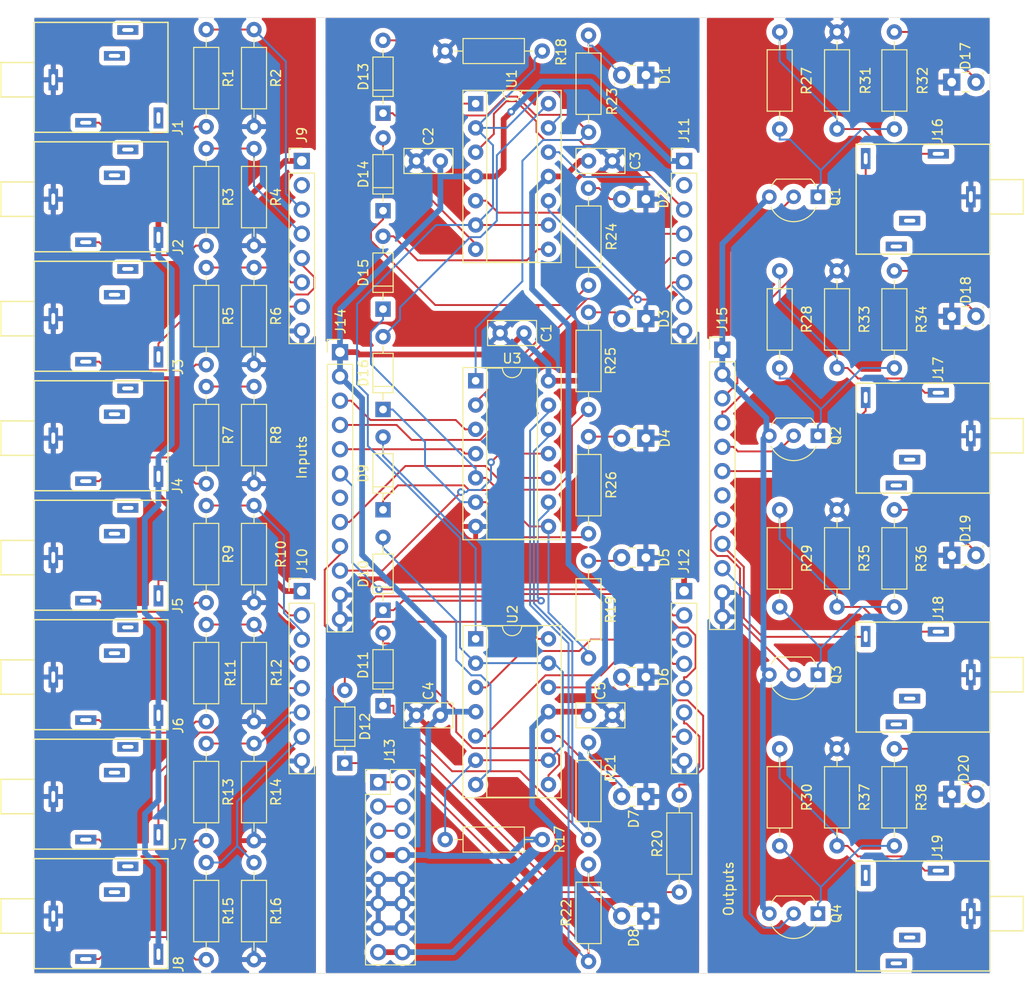
<source format=kicad_pcb>
(kicad_pcb (version 20241229) (generator "pcbnew") (generator_version "9.0")
  (layers (0 "F.Cu" signal) (2 "B.Cu" signal) (13 "F.Paste" user) (15 "B.Paste" user) (5 "F.SilkS" user "F.Silkscreen") (7 "B.SilkS" user "B.Silkscreen") (1 "F.Mask" user) (3 "B.Mask" user) (25 "Edge.Cuts" user))
  (net 0 "")
  (net 1 "/-12V_B")
  (net 2 "Net-(D1-Pad2)")
  (net 3 "Net-(D2-Pad2)")
  (net 4 "Net-(D3-Pad2)")
  (net 5 "Net-(D4-Pad2)")
  (net 6 "Net-(D5-Pad2)")
  (net 7 "Net-(D6-Pad2)")
  (net 8 "Net-(D7-Pad2)")
  (net 9 "Net-(D8-Pad2)")
  (net 10 "Net-(D9-Pad2)")
  (net 11 "Net-(D9-Pad1)")
  (net 12 "Net-(D10-Pad1)")
  (net 13 "Net-(D10-Pad2)")
  (net 14 "Net-(D11-Pad2)")
  (net 15 "Net-(D11-Pad1)")
  (net 16 "Net-(D12-Pad1)")
  (net 17 "Net-(D12-Pad2)")
  (net 18 "Net-(D13-Pad2)")
  (net 19 "Net-(D13-Pad1)")
  (net 20 "Net-(D14-Pad1)")
  (net 21 "Net-(D14-Pad2)")
  (net 22 "Net-(D15-Pad2)")
  (net 23 "Net-(D15-Pad1)")
  (net 24 "Net-(D16-Pad1)")
  (net 25 "Net-(D16-Pad2)")
  (net 26 "/GND_C")
  (net 27 "Net-(D17-Pad2)")
  (net 28 "Net-(D18-Pad2)")
  (net 29 "Net-(D19-Pad2)")
  (net 30 "Net-(D20-Pad2)")
  (net 31 "Net-(J1-Pad3)")
  (net 32 "Net-(J1-Pad2)")
  (net 33 "Net-(J2-Pad3)")
  (net 34 "Net-(J3-Pad3)")
  (net 35 "/1_Carry_A")
  (net 36 "Net-(J4-Pad3)")
  (net 37 "/2_Carry_A")
  (net 38 "Net-(J5-Pad3)")
  (net 39 "Net-(J6-Pad3)")
  (net 40 "Net-(J7-Pad3)")
  (net 41 "/3_Carry_A")
  (net 42 "Net-(J8-Pad3)")
  (net 43 "/IN2B_A")
  (net 44 "/IN2A_A")
  (net 45 "/IN1B_A")
  (net 46 "/IN1A_A")
  (net 47 "Net-(J9-Pad2)")
  (net 48 "/IN4B_A")
  (net 49 "/IN4A_A")
  (net 50 "/IN3B_A")
  (net 51 "/IN3A_A")
  (net 52 "Net-(J11-Pad2)")
  (net 53 "/IN1A_B")
  (net 54 "/IN1B_B")
  (net 55 "/1_Carry_B")
  (net 56 "/IN2A_B")
  (net 57 "/IN2B_B")
  (net 58 "/2_Carry_B")
  (net 59 "/IN3A_B")
  (net 60 "/IN3B_B")
  (net 61 "/3_Carry_B")
  (net 62 "/IN4A_B")
  (net 63 "/IN4B_B")
  (net 64 "Net-(J13-Pad5)")
  (net 65 "Net-(J13-Pad3)")
  (net 66 "Net-(J13-Pad1)")
  (net 67 "/Out4_B")
  (net 68 "/Out3_B")
  (net 69 "Net-(J14-Pad7)")
  (net 70 "/Out2_B")
  (net 71 "/Out1_B")
  (net 72 "/Out1_C")
  (net 73 "/1_Carry_C")
  (net 74 "/Out2_C")
  (net 75 "/2_Carry_C")
  (net 76 "Net-(J15-Pad7)")
  (net 77 "/Out3_C")
  (net 78 "/3_Carry_C")
  (net 79 "/Out4_C")
  (net 80 "Net-(J16-Pad3)")
  (net 81 "Net-(J17-Pad3)")
  (net 82 "Net-(J18-Pad3)")
  (net 83 "Net-(J19-Pad3)")
  (net 84 "Net-(J19-Pad2)")
  (net 85 "Net-(Q1-Pad1)")
  (net 86 "Net-(Q2-Pad1)")
  (net 87 "Net-(Q3-Pad1)")
  (net 88 "Net-(Q4-Pad1)")
  (net 89 "+12V_B")
  (net 90 "GND_B")
  (net 91 "GND_A")
  (net 92 "+12VDC_A")
  (net 93 "+12V_C")
  (net 94 "Bias")
  (footprint "Capacitors_THT:C_Disc_D5.0mm_W2.5mm_P2.50mm" (layer "F.Cu") (at 48.75 33)
    (property "Reference" "C1")
    (property "Value" "10uF")
  )
  (footprint "Capacitors_THT:C_Disc_D5.0mm_W2.5mm_P2.50mm" (layer "F.Cu") (at 40 15)
    (property "Reference" "C2")
    (property "Value" "10uF")
  )
  (footprint "Capacitors_THT:C_Disc_D5.0mm_W2.5mm_P2.50mm" (layer "F.Cu") (at 58 15)
    (property "Reference" "C3")
    (property "Value" "10uF")
  )
  (footprint "Capacitors_THT:C_Disc_D5.0mm_W2.5mm_P2.50mm" (layer "F.Cu") (at 40 73)
    (property "Reference" "C4")
    (property "Value" "10uF")
  )
  (footprint "Capacitors_THT:C_Disc_D5.0mm_W2.5mm_P2.50mm" (layer "F.Cu") (at 58 73)
    (property "Reference" "C5")
    (property "Value" "10uF")
  )
  (footprint "LEDs:LED_Rectangular_W3.9mm_H1.9mm" (layer "F.Cu") (at 64 6.0147 180)
    (property "Reference" "D1")
    (property "Value" "LED")
  )
  (footprint "LEDs:LED_Rectangular_W3.9mm_H1.9mm" (layer "F.Cu") (at 64 19 180)
    (property "Reference" "D2")
    (property "Value" "LED")
  )
  (footprint "LEDs:LED_Rectangular_W3.9mm_H1.9mm" (layer "F.Cu") (at 64 31.5 180)
    (property "Reference" "D3")
    (property "Value" "LED")
  )
  (footprint "LEDs:LED_Rectangular_W3.9mm_H1.9mm" (layer "F.Cu") (at 64 44 180)
    (property "Reference" "D4")
    (property "Value" "LED")
  )
  (footprint "LEDs:LED_Rectangular_W3.9mm_H1.9mm" (layer "F.Cu") (at 64 56.5 180)
    (property "Reference" "D5")
    (property "Value" "LED")
  )
  (footprint "LEDs:LED_Rectangular_W3.9mm_H1.9mm" (layer "F.Cu") (at 64 69 180)
    (property "Reference" "D6")
    (property "Value" "LED")
  )
  (footprint "LEDs:LED_Rectangular_W3.9mm_H1.9mm" (layer "F.Cu") (at 64 81.5 180)
    (property "Reference" "D7")
    (property "Value" "LED")
  )
  (footprint "LEDs:LED_Rectangular_W3.9mm_H1.9mm" (layer "F.Cu") (at 64 94 180)
    (property "Reference" "D8")
    (property "Value" "LED")
  )
  (footprint "Diodes_THT:D_DO-35_SOD27_P7.62mm_Horizontal" (layer "F.Cu") (at 36.5 51.5 90)
    (property "Reference" "D9")
    (property "Value" "1N4148")
  )
  (footprint "Diodes_THT:D_DO-35_SOD27_P7.62mm_Horizontal" (layer "F.Cu") (at 36.5 62 90)
    (property "Reference" "D10")
    (property "Value" "1N4148")
  )
  (footprint "Diodes_THT:D_DO-35_SOD27_P7.62mm_Horizontal" (layer "F.Cu") (at 36.5 72 90)
    (property "Reference" "D11")
    (property "Value" "1N4148")
  )
  (footprint "Diodes_THT:D_DO-35_SOD27_P7.62mm_Horizontal" (layer "F.Cu") (at 32.5 78 90)
    (property "Reference" "D12")
    (property "Value" "1N4148")
  )
  (footprint "Diodes_THT:D_DO-35_SOD27_P7.62mm_Horizontal" (layer "F.Cu") (at 36.5 10 90)
    (property "Reference" "D13")
    (property "Value" "1N4148")
  )
  (footprint "Diodes_THT:D_DO-35_SOD27_P7.62mm_Horizontal" (layer "F.Cu") (at 36.5 20.2057 90)
    (property "Reference" "D14")
    (property "Value" "1N4148")
  )
  (footprint "Diodes_THT:D_DO-35_SOD27_P7.62mm_Horizontal" (layer "F.Cu") (at 36.5 30.5 90)
    (property "Reference" "D15")
    (property "Value" "1N4148")
  )
  (footprint "Diodes_THT:D_DO-35_SOD27_P7.62mm_Horizontal" (layer "F.Cu") (at 36.5 41 90)
    (property "Reference" "D16")
    (property "Value" "1N4148")
  )
  (footprint "LEDs:LED_Rectangular_W3.9mm_H1.9mm" (layer "F.Cu") (at 96 6.75)
    (property "Reference" "D17")
    (property "Value" "LED")
  )
  (footprint "LEDs:LED_Rectangular_W3.9mm_H1.9mm" (layer "F.Cu") (at 96 31.25)
    (property "Reference" "D18")
    (property "Value" "LED")
  )
  (footprint "LEDs:LED_Rectangular_W3.9mm_H1.9mm" (layer "F.Cu") (at 96 56.25)
    (property "Reference" "D19")
    (property "Value" "LED")
  )
  (footprint "LEDs:LED_Rectangular_W3.9mm_H1.9mm" (layer "F.Cu") (at 96 81.25)
    (property "Reference" "D20")
    (property "Value" "LED")
  )
  (footprint "Pin_Headers:Pin_Header_Straight_1x08_Pitch2.54mm" (layer "F.Cu") (at 28 15)
    (property "Reference" "J9")
    (property "Value" "Conn_01x08")
  )
  (footprint "Pin_Headers:Pin_Header_Straight_1x08_Pitch2.54mm" (layer "F.Cu") (at 28 60)
    (property "Reference" "J10")
    (property "Value" "Conn_01x08")
  )
  (footprint "Pin_Headers:Pin_Header_Straight_1x08_Pitch2.54mm" (layer "F.Cu") (at 68 15)
    (property "Reference" "J11")
    (property "Value" "Conn_01x08")
  )
  (footprint "Pin_Headers:Pin_Header_Straight_1x08_Pitch2.54mm" (layer "F.Cu") (at 68 60)
    (property "Reference" "J12")
    (property "Value" "Conn_01x08")
  )
  (footprint "Pin_Headers:Pin_Header_Straight_2x08_Pitch2.54mm" (layer "F.Cu") (at 36 80)
    (property "Reference" "J13")
    (property "Value" "Conn_02x08_Odd_Even")
  )
  (footprint "Pin_Headers:Pin_Header_Straight_1x12_Pitch2.54mm" (layer "F.Cu") (at 32 35)
    (property "Reference" "J14")
    (property "Value" "Conn_01x12")
  )
  (footprint "Pin_Headers:Pin_Header_Straight_1x12_Pitch2.54mm" (layer "F.Cu") (at 72 34.75)
    (property "Reference" "J15")
    (property "Value" "Conn_01x12")
  )
  (footprint "Custom_Library:Mono_Jack_3.5mm_Switch_Switchcraft_35RAPC2AH3" (layer "F.Cu") (at 100 18.75 180)
    (property "Reference" "J16")
    (property "Value" "AudioJack1_Switch")
  )
  (footprint "Custom_Library:Mono_Jack_3.5mm_Switch_Switchcraft_35RAPC2AH3" (layer "F.Cu") (at 100 43.75 180)
    (property "Reference" "J17")
    (property "Value" "AudioJack1_Switch")
  )
  (footprint "Custom_Library:Mono_Jack_3.5mm_Switch_Switchcraft_35RAPC2AH3" (layer "F.Cu") (at 100 68.75 180)
    (property "Reference" "J18")
    (property "Value" "AudioJack1_Switch")
  )
  (footprint "Custom_Library:Mono_Jack_3.5mm_Switch_Switchcraft_35RAPC2AH3" (layer "F.Cu") (at 100 93.75 180)
    (property "Reference" "J19")
    (property "Value" "AudioJack1_Switch")
  )
  (footprint "TO_SOT_Packages_THT:TO-92_Inline_Wide" (layer "F.Cu") (at 82 18.75 180)
    (property "Reference" "Q1")
    (property "Value" "2N3904")
  )
  (footprint "TO_SOT_Packages_THT:TO-92_Inline_Wide" (layer "F.Cu") (at 82 43.75 180)
    (property "Reference" "Q2")
    (property "Value" "2N3904")
  )
  (footprint "TO_SOT_Packages_THT:TO-92_Inline_Wide" (layer "F.Cu") (at 82 68.75 180)
    (property "Reference" "Q3")
    (property "Value" "2N3904")
  )
  (footprint "TO_SOT_Packages_THT:TO-92_Inline_Wide" (layer "F.Cu") (at 82 93.75 180)
    (property "Reference" "Q4")
    (property "Value" "2N3904")
  )
  (footprint "Resistors_THT:R_Axial_DIN0207_L6.3mm_D2.5mm_P10.16mm_Horizontal" (layer "F.Cu") (at 18 1.25 -90)
    (property "Reference" "R1")
    (property "Value" "1k")
  )
  (footprint "Resistors_THT:R_Axial_DIN0207_L6.3mm_D2.5mm_P10.16mm_Horizontal" (layer "F.Cu") (at 23 1.25 -90)
    (property "Reference" "R2")
    (property "Value" "100k")
  )
  (footprint "Resistors_THT:R_Axial_DIN0207_L6.3mm_D2.5mm_P10.16mm_Horizontal" (layer "F.Cu") (at 18 13.7 -90)
    (property "Reference" "R3")
    (property "Value" "1k")
  )
  (footprint "Resistors_THT:R_Axial_DIN0207_L6.3mm_D2.5mm_P10.16mm_Horizontal" (layer "F.Cu") (at 23 13.7 -90)
    (property "Reference" "R4")
    (property "Value" "100k")
  )
  (footprint "Resistors_THT:R_Axial_DIN0207_L6.3mm_D2.5mm_P10.16mm_Horizontal" (layer "F.Cu") (at 18 26.15 -90)
    (property "Reference" "R5")
    (property "Value" "1k")
  )
  (footprint "Resistors_THT:R_Axial_DIN0207_L6.3mm_D2.5mm_P10.16mm_Horizontal" (layer "F.Cu") (at 23 26.15 -90)
    (property "Reference" "R6")
    (property "Value" "100k")
  )
  (footprint "Resistors_THT:R_Axial_DIN0207_L6.3mm_D2.5mm_P10.16mm_Horizontal" (layer "F.Cu") (at 18 38.6 -90)
    (property "Reference" "R7")
    (property "Value" "1k")
  )
  (footprint "Resistors_THT:R_Axial_DIN0207_L6.3mm_D2.5mm_P10.16mm_Horizontal" (layer "F.Cu") (at 23 38.6 -90)
    (property "Reference" "R8")
    (property "Value" "100k")
  )
  (footprint "Resistors_THT:R_Axial_DIN0207_L6.3mm_D2.5mm_P10.16mm_Horizontal" (layer "F.Cu") (at 18 51.05 -90)
    (property "Reference" "R9")
    (property "Value" "1k")
  )
  (footprint "Resistors_THT:R_Axial_DIN0207_L6.3mm_D2.5mm_P10.16mm_Horizontal" (layer "F.Cu") (at 23 51.05 -90)
    (property "Reference" "R10")
    (property "Value" "100k")
  )
  (footprint "Resistors_THT:R_Axial_DIN0207_L6.3mm_D2.5mm_P10.16mm_Horizontal" (layer "F.Cu") (at 18 63.5 -90)
    (property "Reference" "R11")
    (property "Value" "1k")
  )
  (footprint "Resistors_THT:R_Axial_DIN0207_L6.3mm_D2.5mm_P10.16mm_Horizontal" (layer "F.Cu") (at 23 63.5 -90)
    (property "Reference" "R12")
    (property "Value" "100k")
  )
  (footprint "Resistors_THT:R_Axial_DIN0207_L6.3mm_D2.5mm_P10.16mm_Horizontal" (layer "F.Cu") (at 18 75.95 -90)
    (property "Reference" "R13")
    (property "Value" "1k")
  )
  (footprint "Resistors_THT:R_Axial_DIN0207_L6.3mm_D2.5mm_P10.16mm_Horizontal" (layer "F.Cu") (at 23 75.95 -90)
    (property "Reference" "R14")
    (property "Value" "100k")
  )
  (footprint "Resistors_THT:R_Axial_DIN0207_L6.3mm_D2.5mm_P10.16mm_Horizontal" (layer "F.Cu") (at 18 88.4 -90)
    (property "Reference" "R15")
    (property "Value" "1k")
  )
  (footprint "Resistors_THT:R_Axial_DIN0207_L6.3mm_D2.5mm_P10.16mm_Horizontal" (layer "F.Cu") (at 23 88.4 -90)
    (property "Reference" "R16")
    (property "Value" "100k")
  )
  (footprint "Resistors_THT:R_Axial_DIN0207_L6.3mm_D2.5mm_P10.16mm_Horizontal" (layer "F.Cu") (at 43 86)
    (property "Reference" "R17")
    (property "Value" "100k")
  )
  (footprint "Resistors_THT:R_Axial_DIN0207_L6.3mm_D2.5mm_P10.16mm_Horizontal" (layer "F.Cu") (at 43 3.5)
    (property "Reference" "R18")
    (property "Value" "10k")
  )
  (footprint "Resistors_THT:R_Axial_DIN0207_L6.3mm_D2.5mm_P10.16mm_Horizontal" (layer "F.Cu") (at 58 67 90)
    (property "Reference" "R19")
    (property "Value" "2k7")
  )
  (footprint "Resistors_THT:R_Axial_DIN0207_L6.3mm_D2.5mm_P10.16mm_Horizontal" (layer "F.Cu") (at 67.5 91.5 90)
    (property "Reference" "R20")
    (property "Value" "2k7")
  )
  (footprint "Resistors_THT:R_Axial_DIN0207_L6.3mm_D2.5mm_P10.16mm_Horizontal" (layer "F.Cu") (at 58 86 90)
    (property "Reference" "R21")
    (property "Value" "2k7")
  )
  (footprint "Resistors_THT:R_Axial_DIN0207_L6.3mm_D2.5mm_P10.16mm_Horizontal" (layer "F.Cu") (at 58 98.75 90)
    (property "Reference" "R22")
    (property "Value" "2k7")
  )
  (footprint "Resistors_THT:R_Axial_DIN0207_L6.3mm_D2.5mm_P10.16mm_Horizontal" (layer "F.Cu") (at 58 12 90)
    (property "Reference" "R23")
    (property "Value" "2k7")
  )
  (footprint "Resistors_THT:R_Axial_DIN0207_L6.3mm_D2.5mm_P10.16mm_Horizontal" (layer "F.Cu") (at 58 28 90)
    (property "Reference" "R24")
    (property "Value" "2k7")
  )
  (footprint "Resistors_THT:R_Axial_DIN0207_L6.3mm_D2.5mm_P10.16mm_Horizontal" (layer "F.Cu") (at 58 41 90)
    (property "Reference" "R25")
    (property "Value" "2k7")
  )
  (footprint "Resistors_THT:R_Axial_DIN0207_L6.3mm_D2.5mm_P10.16mm_Horizontal" (layer "F.Cu") (at 58 54 90)
    (property "Reference" "R26")
    (property "Value" "2k7")
  )
  (footprint "Resistors_THT:R_Axial_DIN0207_L6.3mm_D2.5mm_P10.16mm_Horizontal" (layer "F.Cu") (at 78 1.5 -90)
    (property "Reference" "R27")
    (property "Value" "1k")
  )
  (footprint "Resistors_THT:R_Axial_DIN0207_L6.3mm_D2.5mm_P10.16mm_Horizontal" (layer "F.Cu") (at 78 26.5 -90)
    (property "Reference" "R28")
    (property "Value" "1k")
  )
  (footprint "Resistors_THT:R_Axial_DIN0207_L6.3mm_D2.5mm_P10.16mm_Horizontal" (layer "F.Cu") (at 78 51.5 -90)
    (property "Reference" "R29")
    (property "Value" "1k")
  )
  (footprint "Resistors_THT:R_Axial_DIN0207_L6.3mm_D2.5mm_P10.16mm_Horizontal" (layer "F.Cu") (at 78 76.5 -90)
    (property "Reference" "R30")
    (property "Value" "1k")
  )
  (footprint "Resistors_THT:R_Axial_DIN0207_L6.3mm_D2.5mm_P10.16mm_Horizontal" (layer "F.Cu") (at 84 1.5 -90)
    (property "Reference" "R31")
    (property "Value" "1k")
  )
  (footprint "Resistors_THT:R_Axial_DIN0207_L6.3mm_D2.5mm_P10.16mm_Horizontal" (layer "F.Cu") (at 90 1.5 -90)
    (property "Reference" "R32")
    (property "Value" "2k7")
  )
  (footprint "Resistors_THT:R_Axial_DIN0207_L6.3mm_D2.5mm_P10.16mm_Horizontal" (layer "F.Cu") (at 84 26.5 -90)
    (property "Reference" "R33")
    (property "Value" "1k")
  )
  (footprint "Resistors_THT:R_Axial_DIN0207_L6.3mm_D2.5mm_P10.16mm_Horizontal" (layer "F.Cu") (at 90 26.5 -90)
    (property "Reference" "R34")
    (property "Value" "2k7")
  )
  (footprint "Resistors_THT:R_Axial_DIN0207_L6.3mm_D2.5mm_P10.16mm_Horizontal" (layer "F.Cu") (at 84 51.5 -90)
    (property "Reference" "R35")
    (property "Value" "1k")
  )
  (footprint "Resistors_THT:R_Axial_DIN0207_L6.3mm_D2.5mm_P10.16mm_Horizontal" (layer "F.Cu") (at 90 51.5 -90)
    (property "Reference" "R36")
    (property "Value" "2k7")
  )
  (footprint "Resistors_THT:R_Axial_DIN0207_L6.3mm_D2.5mm_P10.16mm_Horizontal" (layer "F.Cu") (at 84 76.5 -90)
    (property "Reference" "R37")
    (property "Value" "1k")
  )
  (footprint "Resistors_THT:R_Axial_DIN0207_L6.3mm_D2.5mm_P10.16mm_Horizontal" (layer "F.Cu") (at 90 76.5 -90)
    (property "Reference" "R38")
    (property "Value" "2k7")
  )
  (footprint "Housings_DIP:DIP-14_W7.62mm_Socket" (layer "F.Cu") (at 46.19 9)
    (property "Reference" "U1")
    (property "Value" "TL074")
  )
  (footprint "Housings_DIP:DIP-14_W7.62mm_Socket" (layer "F.Cu") (at 46.19 65)
    (property "Reference" "U2")
    (property "Value" "TL074")
  )
  (footprint "Custom_Library:Mono_Jack_3.5mm_Switch_Switchcraft_35RAPC2AH3" (layer "F.Cu") (at 0 56.5)
    (property "Reference" "J5")
    (property "Value" "AudioJack1_Switch")
  )
  (footprint "Custom_Library:Mono_Jack_3.5mm_Switch_Switchcraft_35RAPC2AH3" (layer "F.Cu") (at 0 6.5)
    (property "Reference" "J1")
    (property "Value" "AudioJack1_Switch")
  )
  (footprint "Custom_Library:Mono_Jack_3.5mm_Switch_Switchcraft_35RAPC2AH3" (layer "F.Cu") (at 0 94)
    (property "Reference" "J8")
    (property "Value" "AudioJack1_Switch")
  )
  (footprint "Custom_Library:Mono_Jack_3.5mm_Switch_Switchcraft_35RAPC2AH3" (layer "F.Cu") (at 0 31.5)
    (property "Reference" "J3")
    (property "Value" "AudioJack1_Switch")
  )
  (footprint "Custom_Library:Mono_Jack_3.5mm_Switch_Switchcraft_35RAPC2AH3" (layer "F.Cu") (at 0 69)
    (property "Reference" "J6")
    (property "Value" "AudioJack1_Switch")
  )
  (footprint "Custom_Library:Mono_Jack_3.5mm_Switch_Switchcraft_35RAPC2AH3" (layer "F.Cu") (at 0 19)
    (property "Reference" "J2")
    (property "Value" "AudioJack1_Switch")
  )
  (footprint "Custom_Library:Mono_Jack_3.5mm_Switch_Switchcraft_35RAPC2AH3" (layer "F.Cu") (at 0 81.5)
    (property "Reference" "J7")
    (property "Value" "AudioJack1_Switch")
  )
  (footprint "Custom_Library:Mono_Jack_3.5mm_Switch_Switchcraft_35RAPC2AH3" (layer "F.Cu") (at 0 44)
    (property "Reference" "J4")
    (property "Value" "AudioJack1_Switch")
  )
  (footprint "Housings_DIP:DIP-14_W7.62mm_Socket" (layer "F.Cu") (at 46.19 38)
    (property "Reference" "U3")
    (property "Value" "CD4001")
  )
  (gr_line (start 0 0) (end 100 0) (stroke (width 0.05)) (layer "Edge.Cuts"))
  (gr_line (start 0 100) (end 100 100) (stroke (width 0.05)) (layer "Edge.Cuts"))
  (gr_line (start 100 0) (end 100 100) (stroke (width 0.05)) (layer "Edge.Cuts"))
  (gr_line (start 0 0) (end 0 100) (stroke (width 0.05)) (layer "Edge.Cuts"))
  (gr_text "Outputs" (at 72.6567 91.14282 90) (layer "F.SilkS") (effects (font (size 1 1))))
  (gr_text "Inputs" (at 28 46 90) (layer "F.SilkS") (effects (font (size 1 1))))
  (segment (start 57.1303 15) (end 58 15) (width 0.6) (layer "F.Cu") (net 1))
  (segment (start 55.5103 16.62) (end 57.1303 15) (width 0.6) (layer "F.Cu") (net 1))
  (segment (start 53.81 16.62) (end 55.5103 16.62) (width 0.6) (layer "F.Cu") (net 1))
  (segment (start 57.62 72.62) (end 58 73) (width 0.6) (layer "F.Cu") (net 1))
  (segment (start 36 97.78) (end 38.54 97.78) (width 0.6) (layer "F.Cu") (net 1))
  (segment (start 53.81 72.62) (end 57.62 72.62) (width 0.6) (layer "F.Cu") (net 1))
  (segment (start 58 73) (end 58 69.6594) (width 0.6) (layer "B.Cu") (net 1))
  (segment (start 58 69.6594) (end 59.7345 67.9249) (width 0.6) (layer "B.Cu") (net 1))
  (segment (start 54.9071 85.3084) (end 52.1027 82.504) (width 0.6) (layer "B.Cu") (net 1))
  (segment (start 59.7345 60.9791) (end 55.8992 57.1438) (width 0.6) (layer "B.Cu") (net 1))
  (segment (start 52.1027 82.504) (end 52.1027 74.3273) (width 0.6) (layer "B.Cu") (net 1))
  (segment (start 52.1027 74.3273) (end 53.81 72.62) (width 0.6) (layer "B.Cu") (net 1))
  (segment (start 59.7345 67.9249) (end 59.7345 60.9791) (width 0.6) (layer "B.Cu") (net 1))
  (segment (start 55.8992 32.213) (end 52.095 28.4088) (width 0.6) (layer "B.Cu") (net 1))
  (segment (start 52.095 28.4088) (end 52.095 18.335) (width 0.6) (layer "B.Cu") (net 1))
  (segment (start 52.095 18.335) (end 53.81 16.62) (width 0.6) (layer "B.Cu") (net 1))
  (segment (start 55.8992 57.1438) (end 55.8992 32.213) (width 0.6) (layer "B.Cu") (net 1))
  (segment (start 38.54 97.78) (end 43.815 97.78) (width 0.6) (layer "B.Cu") (net 1))
  (segment (start 54.9071 86.6879) (end 54.9071 85.3084) (width 0.6) (layer "B.Cu") (net 1))
  (segment (start 43.815 97.78) (end 54.9071 86.6879) (width 0.6) (layer "B.Cu") (net 1))
  (segment (start 58.3856 2.9403) (end 61.46 6.0147) (width 0.2) (layer "B.Cu") (net 2))
  (segment (start 58 2.9403) (end 58.3856 2.9403) (width 0.2) (layer "B.Cu") (net 2))
  (segment (start 58 1.84) (end 58 2.9403) (width 0.2) (layer "B.Cu") (net 2))
  (segment (start 58 17.84) (end 59.1003 17.84) (width 0.2) (layer "F.Cu") (net 3))
  (segment (start 60.2603 19) (end 61.46 19) (width 0.2) (layer "F.Cu") (net 3))
  (segment (start 59.1003 17.84) (end 60.2603 19) (width 0.2) (layer "F.Cu") (net 3))
  (segment (start 60.8 30.84) (end 61.46 31.5) (width 0.2) (layer "F.Cu") (net 4))
  (segment (start 58 30.84) (end 60.8 30.84) (width 0.2) (layer "F.Cu") (net 4))
  (segment (start 58 43.84) (end 61.3 43.84) (width 0.2) (layer "F.Cu") (net 5))
  (segment (start 61.3 43.84) (end 61.46 44) (width 0.2) (layer "F.Cu") (net 5))
  (segment (start 61.12 56.84) (end 61.46 56.5) (width 0.2) (layer "F.Cu") (net 6))
  (segment (start 58 56.84) (end 61.12 56.84) (width 0.2) (layer "F.Cu") (net 6))
  (segment (start 67.5 81.34) (end 67.5 80.2397) (width 0.2) (layer "F.Cu") (net 7))
  (segment (start 61.46 69.2725) (end 61.46 69) (width 0.2) (layer "F.Cu") (net 7))
  (segment (start 67.5 80.2397) (end 68.3026 80.2397) (width 0.2) (layer "F.Cu") (net 7))
  (segment (start 68.3026 80.2397) (end 69.9948 78.5475) (width 0.2) (layer "F.Cu") (net 7))
  (segment (start 69.9948 73.048) (end 68.3768 71.43) (width 0.2) (layer "F.Cu") (net 7))
  (segment (start 63.6175 71.43) (end 61.46 69.2725) (width 0.2) (layer "F.Cu") (net 7))
  (segment (start 69.9948 78.5475) (end 69.9948 73.048) (width 0.2) (layer "F.Cu") (net 7))
  (segment (start 68.3768 71.43) (end 63.6175 71.43) (width 0.2) (layer "F.Cu") (net 7))
  (segment (start 61.46 80.4003) (end 61.46 81.5) (width 0.2) (layer "B.Cu") (net 8))
  (segment (start 58 76.9403) (end 61.46 80.4003) (width 0.2) (layer "B.Cu") (net 8))
  (segment (start 58 75.84) (end 58 76.9403) (width 0.2) (layer "B.Cu") (net 8))
  (segment (start 61.39656 94) (end 61.46 94) (width 0.2) (layer "B.Cu") (net 9))
  (segment (start 58 88.59) (end 58 90.60344) (width 0.2) (layer "B.Cu") (net 9))
  (segment (start 58 90.60344) (end 61.39656 94) (width 0.2) (layer "B.Cu") (net 9))
  (segment (start 36.5 45.8403) (end 36.5 45.01137) (width 0.2) (layer "B.Cu") (net 10))
  (segment (start 36.5 45.01137) (end 36.5 43.88) (width 0.2) (layer "B.Cu") (net 10))
  (segment (start 46.19 65) (end 46.19 55.5303) (width 0.2) (layer "B.Cu") (net 10))
  (segment (start 46.19 55.5303) (end 36.5 45.8403) (width 0.2) (layer "B.Cu") (net 10))
  (segment (start 53.81 53.24) (end 51.804 53.24) (width 0.2) (layer "F.Cu") (net 11))
  (segment (start 45.495224 49.43) (end 45.004442 48.939218) (width 0.2) (layer "F.Cu") (net 11))
  (segment (start 45.004442 48.939218) (end 38.060782 48.939218) (width 0.2) (layer "F.Cu") (net 11))
  (segment (start 36.5 50.5) (end 36.5 51.5) (width 0.2) (layer "F.Cu") (net 11))
  (segment (start 38.060782 48.939218) (end 36.5 50.5) (width 0.2) (layer "F.Cu") (net 11))
  (segment (start 51.804 53.24) (end 47.994 49.43) (width 0.2) (layer "F.Cu") (net 11))
  (segment (start 47.994 49.43) (end 45.495224 49.43) (width 0.2) (layer "F.Cu") (net 11))
  (segment (start 53.81 53.24) (end 53.81 54.3403) (width 0.2) (layer "B.Cu") (net 11))
  (segment (start 58 67) (end 58 66.4339) (width 0.2) (layer "B.Cu") (net 11))
  (segment (start 53.81 62.2439) (end 53.81 54.3403) (width 0.2) (layer "B.Cu") (net 11))
  (segment (start 58 66.4339) (end 53.81 62.2439) (width 0.2) (layer "B.Cu") (net 11))
  (segment (start 36.5 62) (end 31.24708 67.25292) (width 0.2) (layer "F.Cu") (net 12))
  (segment (start 40.6583 77.2165) (end 54.9418 91.5) (width 0.2) (layer "F.Cu") (net 12))
  (segment (start 31.24708 70.85584) (end 37.60774 77.2165) (width 0.2) (layer "F.Cu") (net 12))
  (segment (start 37.60774 77.2165) (end 40.6583 77.2165) (width 0.2) (layer "F.Cu") (net 12))
  (segment (start 54.9418 91.5) (end 67.5 91.5) (width 0.2) (layer "F.Cu") (net 12))
  (segment (start 37.6003 62) (end 38.5887 61.0116) (width 0.2) (layer "F.Cu") (net 12))
  (segment (start 31.24708 67.25292) (end 31.24708 70.85584) (width 0.2) (layer "F.Cu") (net 12))
  (segment (start 36.5 62) (end 37.6003 62) (width 0.2) (layer "F.Cu") (net 12))
  (segment (start 38.5887 61.0116) (end 53.0312 61.0116) (width 0.2) (layer "F.Cu") (net 12))
  (via (at 53.0312 61.0116) (size 0.8) (drill 0.4) (layers "F.Cu" "B.Cu") (net 12))
  (segment (start 52.6879 60.6683) (end 53.0312 61.0116) (width 0.2) (layer "B.Cu") (net 12))
  (segment (start 52.6879 52.6967) (end 52.6879 60.6683) (width 0.2) (layer "B.Cu") (net 12))
  (segment (start 53.81 50.7) (end 53.81 51.5746) (width 0.2) (layer "B.Cu") (net 12))
  (segment (start 53.81 51.5746) (end 52.6879 52.6967) (width 0.2) (layer "B.Cu") (net 12))
  (segment (start 47.7443 78.6857) (end 47.7443 69.81944) (width 0.2) (layer "B.Cu") (net 13))
  (segment (start 36.5 55.4803) (end 36.5 54.38) (width 0.2) (layer "B.Cu") (net 13))
  (segment (start 47.7443 69.81944) (end 46.73486 68.81) (width 0.2) (layer "B.Cu") (net 13))
  (segment (start 46.73486 68.81) (end 45.73664 68.81) (width 0.2) (layer "B.Cu") (net 13))
  (segment (start 46.19 80.24) (end 47.7443 78.6857) (width 0.2) (layer "B.Cu") (net 13))
  (segment (start 45.73664 68.81) (end 44.1616 67.23496) (width 0.2) (layer "B.Cu") (net 13))
  (segment (start 44.1616 67.23496) (end 44.1616 63.1419) (width 0.2) (layer "B.Cu") (net 13))
  (segment (start 44.1616 63.1419) (end 36.5 55.4803) (width 0.2) (layer "B.Cu") (net 13))
  (segment (start 54.9241 77.2046) (end 54.1495 76.43) (width 0.2) (layer "F.Cu") (net 14))
  (segment (start 44.155 72.5182) (end 37.1171 65.4803) (width 0.2) (layer "F.Cu") (net 14))
  (segment (start 54.1495 76.43) (end 45.8454 76.43) (width 0.2) (layer "F.Cu") (net 14))
  (segment (start 44.155 74.7396) (end 44.155 72.5182) (width 0.2) (layer "F.Cu") (net 14))
  (segment (start 53.81 80.24) (end 53.81 79.2772) (width 0.2) (layer "F.Cu") (net 14))
  (segment (start 37.1171 65.4803) (end 36.5 65.4803) (width 0.2) (layer "F.Cu") (net 14))
  (segment (start 45.8454 76.43) (end 44.155 74.7396) (width 0.2) (layer "F.Cu") (net 14))
  (segment (start 36.5 65.4803) (end 36.5 64.38) (width 0.2) (layer "F.Cu") (net 14))
  (segment (start 53.81 79.2772) (end 54.9241 78.1631) (width 0.2) (layer "F.Cu") (net 14))
  (segment (start 54.9241 78.1631) (end 54.9241 77.2046) (width 0.2) (layer "F.Cu") (net 14))
  (segment (start 36.5 72) (end 37.6003 72) (width 0.2) (layer "F.Cu") (net 15))
  (segment (start 50.8496 78.8496) (end 43.7278 78.8496) (width 0.2) (layer "F.Cu") (net 15))
  (segment (start 37.6003 72.7221) (end 37.6003 72) (width 0.2) (layer "F.Cu") (net 15))
  (segment (start 58 86) (end 50.8496 78.8496) (width 0.2) (layer "F.Cu") (net 15))
  (segment (start 43.7278 78.8496) (end 37.6003 72.7221) (width 0.2) (layer "F.Cu") (net 15))
  (segment (start 56.3078 84.3078) (end 56.3078 65.3078) (width 0.2) (layer "B.Cu") (net 15))
  (segment (start 58 86) (end 56.3078 84.3078) (width 0.2) (layer "B.Cu") (net 15))
  (segment (start 56.3078 65.3078) (end 52.2876 61.2876) (width 0.2) (layer "B.Cu") (net 15))
  (segment (start 52.2876 61.2876) (end 52.2876 45.37032) (width 0.2) (layer "B.Cu") (net 15))
  (segment (start 53.81 43.84792) (end 53.81 43.08) (width 0.2) (layer "B.Cu") (net 15))
  (segment (start 52.2876 45.37032) (end 53.81 43.84792) (width 0.2) (layer "B.Cu") (net 15))
  (segment (start 58 98.75) (end 58 97.56812) (width 0.2) (layer "F.Cu") (net 16))
  (segment (start 38.43188 78) (end 33.6003 78) (width 0.2) (layer "F.Cu") (net 16))
  (segment (start 33.6003 78) (end 32.5 78) (width 0.2) (layer "F.Cu") (net 16))
  (segment (start 58 97.56812) (end 38.43188 78) (width 0.2) (layer "F.Cu") (net 16))
  (segment (start 53.81 40.54) (end 53.81 41.30284) (width 0.2) (layer "B.Cu") (net 16))
  (segment (start 51.8872 43.22564) (end 51.8872 61.4535) (width 0.2) (layer "B.Cu") (net 16))
  (segment (start 55.9075 96.6575) (end 58 98.75) (width 0.2) (layer "B.Cu") (net 16))
  (segment (start 55.9075 65.4738) (end 55.9075 96.6575) (width 0.2) (layer "B.Cu") (net 16))
  (segment (start 53.81 41.30284) (end 51.8872 43.22564) (width 0.2) (layer "B.Cu") (net 16))
  (segment (start 51.8872 61.4535) (end 55.9075 65.4738) (width 0.2) (layer "B.Cu") (net 16))
  (segment (start 52.7097 65) (end 50.92268 63.21298) (width 0.2) (layer "F.Cu") (net 17))
  (segment (start 35.97148 63.21298) (end 32.5 66.68446) (width 0.2) (layer "F.Cu") (net 17))
  (segment (start 53.81 65) (end 52.7097 65) (width 0.2) (layer "F.Cu") (net 17))
  (segment (start 50.92268 63.21298) (end 35.97148 63.21298) (width 0.2) (layer "F.Cu") (net 17))
  (segment (start 32.5 66.68446) (end 32.5 70.38) (width 0.2) (layer "F.Cu") (net 17))
  (segment (start 44.42538 9) (end 37.80538 2.38) (width 0.2) (layer "F.Cu") (net 18))
  (segment (start 37.80538 2.38) (end 36.5 2.38) (width 0.2) (layer "F.Cu") (net 18))
  (segment (start 46.19 9) (end 44.42538 9) (width 0.2) (layer "F.Cu") (net 18))
  (segment (start 58 12) (end 56.17524 10.17524) (width 0.2) (layer "F.Cu") (net 19))
  (segment (start 50.51298 8.26516) (end 49.32426 8.26516) (width 0.2) (layer "F.Cu") (net 19))
  (segment (start 37.5 10) (end 36.5 10) (width 0.2) (layer "F.Cu") (net 19))
  (segment (start 49.32426 8.26516) (end 47.34814 10.24128) (width 0.2) (layer "F.Cu") (net 19))
  (segment (start 47.34814 10.24128) (end 37.74128 10.24128) (width 0.2) (layer "F.Cu") (net 19))
  (segment (start 56.17524 10.17524) (end 52.42306 10.17524) (width 0.2) (layer "F.Cu") (net 19))
  (segment (start 52.42306 10.17524) (end 50.51298 8.26516) (width 0.2) (layer "F.Cu") (net 19))
  (segment (start 37.74128 10.24128) (end 37.5 10) (width 0.2) (layer "F.Cu") (net 19))
  (segment (start 53.25032 12.81) (end 57.19 12.81) (width 0.2) (layer "B.Cu") (net 19))
  (segment (start 46.19 38) (end 46.19 32.4823) (width 0.2) (layer "B.Cu") (net 19))
  (segment (start 51.08 27.5923) (end 51.08 14.98032) (width 0.2) (layer "B.Cu") (net 19))
  (segment (start 57.19 12.81) (end 58 12) (width 0.2) (layer "B.Cu") (net 19))
  (segment (start 51.08 14.98032) (end 53.25032 12.81) (width 0.2) (layer "B.Cu") (net 19))
  (segment (start 46.19 32.4823) (end 51.08 27.5923) (width 0.2) (layer "B.Cu") (net 19))
  (segment (start 52.7635 33.6849) (end 52.7635 30.0741) (width 0.2) (layer "F.Cu") (net 20))
  (segment (start 46.19 40.2584) (end 52.7635 33.6849) (width 0.2) (layer "F.Cu") (net 20))
  (segment (start 55.9259 30.0741) (end 52.7635 30.0741) (width 0.2) (layer "F.Cu") (net 20))
  (segment (start 46.19 40.54) (end 46.19 40.2584) (width 0.2) (layer "F.Cu") (net 20))
  (segment (start 58 28) (end 55.9259 30.0741) (width 0.2) (layer "F.Cu") (net 20))
  (segment (start 36.5 21.09958) (end 36.5 20.2057) (width 0.2) (layer "F.Cu") (net 20))
  (segment (start 41.9613 30.0741) (end 35.2425 23.3553) (width 0.2) (layer "F.Cu") (net 20))
  (segment (start 35.2425 22.35708) (end 36.5 21.09958) (width 0.2) (layer "F.Cu") (net 20))
  (segment (start 52.7635 30.0741) (end 41.9613 30.0741) (width 0.2) (layer "F.Cu") (net 20))
  (segment (start 35.2425 23.3553) (end 35.2425 22.35708) (width 0.2) (layer "F.Cu") (net 20))
  (segment (start 46.19 23.68814) (end 45.85462 23.35276) (width 0.2) (layer "F.Cu") (net 21))
  (segment (start 46.19 24.24) (end 46.19 23.68814) (width 0.2) (layer "F.Cu") (net 21))
  (segment (start 45.85462 23.34768) (end 36.5 13.99306) (width 0.2) (layer "F.Cu") (net 21))
  (segment (start 45.85462 23.35276) (end 45.85462 23.34768) (width 0.2) (layer "F.Cu") (net 21))
  (segment (start 36.5 13.99306) (end 36.5 12.5857) (width 0.2) (layer "F.Cu") (net 21))
  (segment (start 52.7097 24.24) (end 51.5557 25.394) (width 0.2) (layer "F.Cu") (net 22))
  (segment (start 36.5 22.88) (end 37.6003 22.88) (width 0.2) (layer "F.Cu") (net 22))
  (segment (start 53.81 24.24) (end 52.7097 24.24) (width 0.2) (layer "F.Cu") (net 22))
  (segment (start 40.1143 25.394) (end 37.6003 22.88) (width 0.2) (layer "F.Cu") (net 22))
  (segment (start 51.5557 25.394) (end 40.1143 25.394) (width 0.2) (layer "F.Cu") (net 22))
  (segment (start 56.2604 42.7396) (end 56.2604 47.56972) (width 0.2) (layer "F.Cu") (net 23))
  (segment (start 47.2903 48.16) (end 46.19 48.16) (width 0.2) (layer "F.Cu") (net 23))
  (segment (start 54.43728 49.39284) (end 48.52314 49.39284) (width 0.2) (layer "F.Cu") (net 23))
  (segment (start 56.2604 47.56972) (end 54.43728 49.39284) (width 0.2) (layer "F.Cu") (net 23))
  (segment (start 58 41) (end 56.2604 42.7396) (width 0.2) (layer "F.Cu") (net 23))
  (segment (start 48.52314 49.39284) (end 47.2903 48.16) (width 0.2) (layer "F.Cu") (net 23))
  (segment (start 35.23234 36.23954) (end 35.23234 32.86796) (width 0.2) (layer "B.Cu") (net 23))
  (segment (start 46.19 48.16) (end 46.19 47.0597) (width 0.2) (layer "B.Cu") (net 23))
  (segment (start 35.23234 32.86796) (end 36.5 31.6003) (width 0.2) (layer "B.Cu") (net 23))
  (segment (start 36.5 31.6003) (end 36.5 30.5) (width 0.2) (layer "B.Cu") (net 23))
  (segment (start 46.0525 47.0597) (end 35.23234 36.23954) (width 0.2) (layer "B.Cu") (net 23))
  (segment (start 46.19 47.0597) (end 46.0525 47.0597) (width 0.2) (layer "B.Cu") (net 23))
  (segment (start 57.6367 54.3633) (end 58 54) (width 0.2) (layer "F.Cu") (net 24))
  (segment (start 46.19 50.7) (end 47.2903 50.7) (width 0.2) (layer "F.Cu") (net 24))
  (segment (start 47.2903 50.7) (end 50.9536 54.3633) (width 0.2) (layer "F.Cu") (net 24))
  (segment (start 50.9536 54.3633) (end 57.6367 54.3633) (width 0.2) (layer "F.Cu") (net 24))
  (segment (start 40.8941 46.913582) (end 44.680518 50.7) (width 0.2) (layer "B.Cu") (net 24))
  (segment (start 36.5 41) (end 37.5 41) (width 0.2) (layer "B.Cu") (net 24))
  (segment (start 37.5 41) (end 40.8941 44.3941) (width 0.2) (layer "B.Cu") (net 24))
  (segment (start 45.05863 50.7) (end 46.19 50.7) (width 0.2) (layer "B.Cu") (net 24))
  (segment (start 40.8941 44.3941) (end 40.8941 46.913582) (width 0.2) (layer "B.Cu") (net 24))
  (segment (start 44.680518 50.7) (end 45.05863 50.7) (width 0.2) (layer "B.Cu") (net 24))
  (segment (start 38.2796 31.6004) (end 37.299999 32.580001) (width 0.2) (layer "B.Cu") (net 25))
  (segment (start 37.299999 32.580001) (end 36.5 33.38) (width 0.2) (layer "B.Cu") (net 25))
  (segment (start 53.81 9) (end 48.406011 14.403989) (width 0.2) (layer "B.Cu") (net 25))
  (segment (start 48.406011 21.256029) (end 46.69204 22.97) (width 0.2) (layer "B.Cu") (net 25))
  (segment (start 38.2796 30.3131) (end 38.2796 31.6004) (width 0.2) (layer "B.Cu") (net 25))
  (segment (start 45.6227 22.97) (end 38.2796 30.3131) (width 0.2) (layer "B.Cu") (net 25))
  (segment (start 46.69204 22.97) (end 45.6227 22.97) (width 0.2) (layer "B.Cu") (net 25))
  (segment (start 48.406011 14.403989) (end 48.406011 21.256029) (width 0.2) (layer "B.Cu") (net 25))
  (segment (start 93.5744 1.5) (end 98.54 6.4656) (width 0.2) (layer "F.Cu") (net 27))
  (segment (start 90 1.5) (end 93.5744 1.5) (width 0.2) (layer "F.Cu") (net 27))
  (segment (start 98.54 6.4656) (end 98.54 6.75) (width 0.2) (layer "F.Cu") (net 27))
  (segment (start 98.54 30.9398) (end 98.54 31.25) (width 0.2) (layer "F.Cu") (net 28))
  (segment (start 90 26.5) (end 94.1002 26.5) (width 0.2) (layer "F.Cu") (net 28))
  (segment (start 94.1002 26.5) (end 98.54 30.9398) (width 0.2) (layer "F.Cu") (net 28))
  (segment (start 94.1002 51.5) (end 98.54 55.9398) (width 0.2) (layer "F.Cu") (net 29))
  (segment (start 90 51.5) (end 94.1002 51.5) (width 0.2) (layer "F.Cu") (net 29))
  (segment (start 98.54 55.9398) (end 98.54 56.25) (width 0.2) (layer "F.Cu") (net 29))
  (segment (start 90 76.5) (end 94.1002 76.5) (width 0.2) (layer "F.Cu") (net 30))
  (segment (start 94.1002 76.5) (end 98.54 80.9398) (width 0.2) (layer "F.Cu") (net 30))
  (segment (start 98.54 80.9398) (end 98.54 81.25) (width 0.2) (layer "F.Cu") (net 30))
  (segment (start 7.86022 12.05992) (end 6.8003 11) (width 0.2) (layer "F.Cu") (net 31))
  (segment (start 6.8003 11) (end 5.4 11) (width 0.2) (layer "F.Cu") (net 31))
  (segment (start 18 11.41) (end 16.8997 11.41) (width 0.2) (layer "F.Cu") (net 31))
  (segment (start 16.24978 12.05992) (end 7.86022 12.05992) (width 0.2) (layer "F.Cu") (net 31))
  (segment (start 16.8997 11.41) (end 16.24978 12.05992) (width 0.2) (layer "F.Cu") (net 31))
  (segment (start 18 23.86) (end 16.8997 23.86) (width 0.2) (layer "F.Cu") (net 33))
  (segment (start 5.4 23.5) (end 6.8003 23.5) (width 0.2) (layer "F.Cu") (net 33))
  (segment (start 16.8997 23.86) (end 15.9054 24.8543) (width 0.2) (layer "F.Cu") (net 33))
  (segment (start 8.1546 24.8543) (end 6.8003 23.5) (width 0.2) (layer "F.Cu") (net 33))
  (segment (start 15.9054 24.8543) (end 8.1546 24.8543) (width 0.2) (layer "F.Cu") (net 33))
  (segment (start 5.4 36) (end 6.8003 36) (width 0.2) (layer "F.Cu") (net 34))
  (segment (start 16.299 36.9107) (end 7.711 36.9107) (width 0.2) (layer "F.Cu") (net 34))
  (segment (start 7.711 36.9107) (end 6.8003 36) (width 0.2) (layer "F.Cu") (net 34))
  (segment (start 18 36.31) (end 16.8997 36.31) (width 0.2) (layer "F.Cu") (net 34))
  (segment (start 16.8997 36.31) (end 16.299 36.9107) (width 0.2) (layer "F.Cu") (net 34))
  (segment (start 29.30144 27.14244) (end 29.30144 28.30576) (width 0.2) (layer "F.Cu") (net 35))
  (segment (start 28.18384 26.01722) (end 28.18384 26.02484) (width 0.2) (layer "F.Cu") (net 35))
  (segment (start 28.6372 28.97) (end 18.1297 28.97) (width 0.2) (layer "F.Cu") (net 35))
  (segment (start 18.1297 28.97) (end 13 34.0997) (width 0.2) (layer "F.Cu") (net 35))
  (segment (start 28 25.16) (end 28 25.83338) (width 0.2) (layer "F.Cu") (net 35))
  (segment (start 28.18384 26.02484) (end 29.30144 27.14244) (width 0.2) (layer "F.Cu") (net 35))
  (segment (start 28 25.83338) (end 28.18384 26.01722) (width 0.2) (layer "F.Cu") (net 35))
  (segment (start 29.30144 28.30576) (end 28.6372 28.97) (width 0.2) (layer "F.Cu") (net 35))
  (segment (start 13 34.0997) (end 13 35.5) (width 0.2) (layer "F.Cu") (net 35))
  (segment (start 14.16196 46.02226) (end 9.27804 46.02226) (width 0.2) (layer "F.Cu") (net 36))
  (segment (start 6.8003 48.5) (end 5.4 48.5) (width 0.2) (layer "F.Cu") (net 36))
  (segment (start 16.8997 48.76) (end 14.16196 46.02226) (width 0.2) (layer "F.Cu") (net 36))
  (segment (start 9.27804 46.02226) (end 6.8003 48.5) (width 0.2) (layer "F.Cu") (net 36))
  (segment (start 18 48.76) (end 16.8997 48.76) (width 0.2) (layer "F.Cu") (net 36))
  (segment (start 26.74886 62.54) (end 28 62.54) (width 0.2) (layer "F.Cu") (net 37))
  (segment (start 13 60.5) (end 13 58.85688) (width 0.2) (layer "F.Cu") (net 37))
  (segment (start 13 58.85688) (end 23.06574 58.85688) (width 0.2) (layer "F.Cu") (net 37))
  (segment (start 23.06574 58.85688) (end 26.74886 62.54) (width 0.2) (layer "F.Cu") (net 37))
  (segment (start 6.8003 61) (end 7.96934 62.16904) (width 0.2) (layer "F.Cu") (net 38))
  (segment (start 15.94066 62.16904) (end 16.8997 61.21) (width 0.2) (layer "F.Cu") (net 38))
  (segment (start 16.8997 61.21) (end 18 61.21) (width 0.2) (layer "F.Cu") (net 38))
  (segment (start 7.96934 62.16904) (end 15.94066 62.16904) (width 0.2) (layer "F.Cu") (net 38))
  (segment (start 5.4 61) (end 6.8003 61) (width 0.2) (layer "F.Cu") (net 38))
  (segment (start 15.7429 74.8168) (end 8.1171 74.8168) (width 0.2) (layer "F.Cu") (net 39))
  (segment (start 8.1171 74.8168) (end 6.8003 73.5) (width 0.2) (layer "F.Cu") (net 39))
  (segment (start 5.4 73.5) (end 6.8003 73.5) (width 0.2) (layer "F.Cu") (net 39))
  (segment (start 18 73.66) (end 16.8997 73.66) (width 0.2) (layer "F.Cu") (net 39))
  (segment (start 16.8997 73.66) (end 15.7429 74.8168) (width 0.2) (layer "F.Cu") (net 39))
  (segment (start 18 86.11) (end 16.8997 86.11) (width 0.2) (layer "F.Cu") (net 40))
  (segment (start 15.98422 87.02548) (end 7.82578 87.02548) (width 0.2) (layer "F.Cu") (net 40))
  (segment (start 6.8003 86) (end 5.4 86) (width 0.2) (layer "F.Cu") (net 40))
  (segment (start 16.8997 86.11) (end 15.98422 87.02548) (width 0.2) (layer "F.Cu") (net 40))
  (segment (start 7.82578 87.02548) (end 6.8003 86) (width 0.2) (layer "F.Cu") (net 40))
  (segment (start 18.65152 74.79538) (end 17.32026 74.79538) (width 0.2) (layer "F.Cu") (net 41))
  (segment (start 17.32026 74.79538) (end 13 79.11564) (width 0.2) (layer "F.Cu") (net 41))
  (segment (start 23.2869 70.16) (end 18.65152 74.79538) (width 0.2) (layer "F.Cu") (net 41))
  (segment (start 28 70.16) (end 23.2869 70.16) (width 0.2) (layer "F.Cu") (net 41))
  (segment (start 13 79.11564) (end 13 85.5) (width 0.2) (layer "F.Cu") (net 41))
  (segment (start 18 98.56) (end 16.8997 98.56) (width 0.2) (layer "F.Cu") (net 42))
  (segment (start 9.1007 96.1996) (end 6.8003 98.5) (width 0.2) (layer "F.Cu") (net 42))
  (segment (start 16.8997 98.56) (end 14.5393 96.1996) (width 0.2) (layer "F.Cu") (net 42))
  (segment (start 5.4 98.5) (end 6.8003 98.5) (width 0.2) (layer "F.Cu") (net 42))
  (segment (start 14.5393 96.1996) (end 9.1007 96.1996) (width 0.2) (layer "F.Cu") (net 42))
  (segment (start 20.9931 35.84702) (end 26.60012 30.24) (width 0.2) (layer "F.Cu") (net 43))
  (segment (start 26.60012 30.24) (end 28 30.24) (width 0.2) (layer "F.Cu") (net 43))
  (segment (start 21.4375 38.6) (end 18 38.6) (width 0.2) (layer "F.Cu") (net 43))
  (segment (start 20.9931 38.6) (end 20.9931 35.84702) (width 0.2) (layer "F.Cu") (net 43))
  (segment (start 23 38.6) (end 21.4375 38.6) (width 0.2) (layer "F.Cu") (net 43))
  (segment (start 21.4375 38.6) (end 20.9931 38.6) (width 0.2) (layer "F.Cu") (net 43))
  (segment (start 28 27.7) (end 26.8497 27.7) (width 0.2) (layer "F.Cu") (net 44))
  (segment (start 25.2997 26.15) (end 26.8497 27.7) (width 0.2) (layer "F.Cu") (net 44))
  (segment (start 23 26.15) (end 25.2997 26.15) (width 0.2) (layer "F.Cu") (net 44))
  (segment (start 18 26.15) (end 23 26.15) (width 0.2) (layer "F.Cu") (net 44))
  (segment (start 18 13.7) (end 23 13.7) (width 0.2) (layer "F.Cu") (net 45))
  (segment (start 23 17.62) (end 23 13.7) (width 0.2) (layer "B.Cu") (net 45))
  (segment (start 28 22.62) (end 23 17.62) (width 0.2) (layer "B.Cu") (net 45))
  (segment (start 23 1.25) (end 18 1.25) (width 0.2) (layer "F.Cu") (net 46))
  (segment (start 27.99464 20.08) (end 26.3357 18.42106) (width 0.2) (layer "B.Cu") (net 46))
  (segment (start 26.3357 4.5857) (end 23 1.25) (width 0.2) (layer "B.Cu") (net 46))
  (segment (start 26.3357 18.42106) (end 26.3357 4.5857) (width 0.2) (layer "B.Cu") (net 46))
  (segment (start 28 20.08) (end 27.99464 20.08) (width 0.2) (layer "B.Cu") (net 46))
  (segment (start 23 88.4) (end 21.4925 86.8925) (width 0.2) (layer "B.Cu") (net 48))
  (segment (start 21.25976 86.65976) (end 21.4925 86.8925) (width 0.2) (layer "B.Cu") (net 48))
  (segment (start 21.23948 86.63948) (end 21.23948 82.00052) (width 0.2) (layer "B.Cu") (net 48))
  (segment (start 21.23948 82.00052) (end 28 75.24) (width 0.2) (layer "B.Cu") (net 48))
  (segment (start 18 88.4) (end 19.51952 88.4) (width 0.2) (layer "B.Cu") (net 48))
  (segment (start 21.4925 86.8925) (end 21.23948 86.63948) (width 0.2) (layer "B.Cu") (net 48))
  (segment (start 19.51952 88.4) (end 21.25976 86.65976) (width 0.2) (layer "B.Cu") (net 48))
  (segment (start 23 75.95) (end 18 75.95) (width 0.2) (layer "F.Cu") (net 49))
  (segment (start 23 75.95) (end 23.5997 75.95) (width 0.2) (layer "B.Cu") (net 49))
  (segment (start 23.5997 75.95) (end 26.8497 72.7) (width 0.2) (layer "B.Cu") (net 49))
  (segment (start 28 72.7) (end 26.8497 72.7) (width 0.2) (layer "B.Cu") (net 49))
  (segment (start 28 67.62) (end 27.12 67.62) (width 0.2) (layer "F.Cu") (net 50))
  (segment (start 18 63.5) (end 23 63.5) (width 0.2) (layer "F.Cu") (net 50))
  (segment (start 27.12 67.62) (end 23 63.5) (width 0.2) (layer "F.Cu") (net 50))
  (segment (start 23 51.05) (end 18 51.05) (width 0.2) (layer "F.Cu") (net 51))
  (segment (start 26.1335 62.3016) (end 26.1335 54.1835) (width 0.2) (layer "B.Cu") (net 51))
  (segment (start 28 64.17468) (end 27.9146 64.08928) (width 0.2) (layer "B.Cu") (net 51))
  (segment (start 27.9146 64.0827) (end 26.1335 62.3016) (width 0.2) (layer "B.Cu") (net 51))
  (segment (start 27.9146 64.08928) (end 27.9146 64.0827) (width 0.2) (layer "B.Cu") (net 51))
  (segment (start 28 65.08) (end 28 64.17468) (width 0.2) (layer "B.Cu") (net 51))
  (segment (start 26.1335 54.1835) (end 23 51.05) (width 0.2) (layer "B.Cu") (net 51))
  (segment (start 49.407543 8.747577) (end 50.429697 8.747577) (width 0.2) (layer "F.Cu") (net 53))
  (segment (start 57.54116 13.33246) (end 61.25246 13.33246) (width 0.2) (layer "F.Cu") (net 53))
  (segment (start 67.150001 19.230001) (end 68 20.08) (width 0.2) (layer "F.Cu") (net 53))
  (segment (start 48.0949 10.06022) (end 49.407543 8.747577) (width 0.2) (layer "F.Cu") (net 53))
  (segment (start 46.19 14.08) (end 48.0949 12.1751) (width 0.2) (layer "F.Cu") (net 53))
  (segment (start 57.0103 12.8016) (end 57.54116 13.33246) (width 0.2) (layer "F.Cu") (net 53))
  (segment (start 61.25246 13.33246) (end 67.150001 19.230001) (width 0.2) (layer "F.Cu") (net 53))
  (segment (start 53.39842 12.8016) (end 57.0103 12.8016) (width 0.2) (layer "F.Cu") (net 53))
  (segment (start 52.55768 11.96086) (end 53.39842 12.8016) (width 0.2) (layer "F.Cu") (net 53))
  (segment (start 50.429697 8.747577) (end 52.55768 10.875558) (width 0.2) (layer "F.Cu") (net 53))
  (segment (start 48.0949 12.1751) (end 48.0949 10.06022) (width 0.2) (layer "F.Cu") (net 53))
  (segment (start 52.55768 10.875558) (end 52.55768 11.96086) (width 0.2) (layer "F.Cu") (net 53))
  (segment (start 56.56834 20.41144) (end 58.7769 22.62) (width 0.2) (layer "F.Cu") (net 54))
  (segment (start 48.54174 20.41144) (end 56.56834 20.41144) (width 0.2) (layer "F.Cu") (net 54))
  (segment (start 58.7769 22.62) (end 68 22.62) (width 0.2) (layer "F.Cu") (net 54))
  (segment (start 47.2903 19.16) (end 48.54174 20.41144) (width 0.2) (layer "F.Cu") (net 54))
  (segment (start 46.19 19.16) (end 47.2903 19.16) (width 0.2) (layer "F.Cu") (net 54))
  (segment (start 51.6554 39.1966) (end 46.6663 44.1857) (width 0.2) (layer "F.Cu") (net 55))
  (segment (start 37.9221 42.62) (end 32 42.62) (width 0.2) (layer "F.Cu") (net 55))
  (segment (start 57.8637 29.42) (end 51.6554 35.6283) (width 0.2) (layer "F.Cu") (net 55))
  (segment (start 66.5206 25.16) (end 62.2606 29.42) (width 0.2) (layer "F.Cu") (net 55))
  (segment (start 46.6663 44.1857) (end 39.4878 44.1857) (width 0.2) (layer "F.Cu") (net 55))
  (segment (start 51.6554 35.6283) (end 51.6554 39.1966) (width 0.2) (layer "F.Cu") (net 55))
  (segment (start 66.8497 25.16) (end 66.5206 25.16) (width 0.2) (layer "F.Cu") (net 55))
  (segment (start 39.4878 44.1857) (end 37.9221 42.62) (width 0.2) (layer "F.Cu") (net 55))
  (segment (start 68 25.16) (end 66.8497 25.16) (width 0.2) (layer "F.Cu") (net 55))
  (segment (start 62.2606 29.42) (end 57.8637 29.42) (width 0.2) (layer "F.Cu") (net 55))
  (segment (start 65.0517 29.498) (end 66.8497 27.7) (width 0.2) (layer "F.Cu") (net 56))
  (segment (start 68 27.7) (end 66.8497 27.7) (width 0.2) (layer "F.Cu") (net 56))
  (segment (start 63.1729 29.498) (end 65.0517 29.498) (width 0.2) (layer "F.Cu") (net 56))
  (via (at 63.1729 29.498) (size 0.8) (drill 0.4) (layers "F.Cu" "B.Cu") (net 56))
  (segment (start 53.81 19.16) (end 53.81 20.1351) (width 0.2) (layer "B.Cu") (net 56))
  (segment (start 53.81 20.1351) (end 63.1729 29.498) (width 0.2) (layer "B.Cu") (net 56))
  (segment (start 64.5411 16.6727) (end 57.503 16.6727) (width 0.2) (layer "B.Cu") (net 57))
  (segment (start 68 30.24) (end 68 29.33104) (width 0.2) (layer "B.Cu") (net 57))
  (segment (start 68 29.33104) (end 67.92976 29.2608) (width 0.2) (layer "B.Cu") (net 57))
  (segment (start 66.6104 18.742) (end 64.5411 16.6727) (width 0.2) (layer "B.Cu") (net 57))
  (segment (start 54.9103 14.08) (end 53.81 14.08) (width 0.2) (layer "B.Cu") (net 57))
  (segment (start 66.6104 27.9385) (end 66.6104 18.742) (width 0.2) (layer "B.Cu") (net 57))
  (segment (start 67.92976 29.25786) (end 66.6104 27.9385) (width 0.2) (layer "B.Cu") (net 57))
  (segment (start 67.92976 29.2608) (end 67.92976 29.25786) (width 0.2) (layer "B.Cu") (net 57))
  (segment (start 57.503 16.6727) (end 54.9103 14.08) (width 0.2) (layer "B.Cu") (net 57))
  (segment (start 68 62.54) (end 66.8497 62.54) (width 0.2) (layer "F.Cu") (net 58))
  (segment (start 64.1303 59.8206) (end 36.0834 59.8206) (width 0.2) (layer "F.Cu") (net 58))
  (segment (start 66.8497 62.54) (end 64.1303 59.8206) (width 0.2) (layer "F.Cu") (net 58))
  (via (at 36.0834 59.8206) (size 0.8) (drill 0.4) (layers "F.Cu" "B.Cu") (net 58))
  (segment (start 33.30956 57.04676) (end 35.683401 59.420601) (width 0.2) (layer "B.Cu") (net 58))
  (segment (start 33.30956 49.00956) (end 33.30956 57.04676) (width 0.2) (layer "B.Cu") (net 58))
  (segment (start 32 47.7) (end 33.30956 49.00956) (width 0.2) (layer "B.Cu") (net 58))
  (segment (start 35.683401 59.420601) (end 36.0834 59.8206) (width 0.2) (layer "B.Cu") (net 58))
  (segment (start 57.0408 66.27) (end 58.2308 65.08) (width 0.2) (layer "F.Cu") (net 59))
  (segment (start 58.2308 65.08) (end 68 65.08) (width 0.2) (layer "F.Cu") (net 59))
  (segment (start 47.2903 70.08) (end 51.1003 66.27) (width 0.2) (layer "F.Cu") (net 59))
  (segment (start 46.19 70.08) (end 47.2903 70.08) (width 0.2) (layer "F.Cu") (net 59))
  (segment (start 51.1003 66.27) (end 57.0408 66.27) (width 0.2) (layer "F.Cu") (net 59))
  (segment (start 46.19 75.16) (end 47.2903 75.16) (width 0.2) (layer "F.Cu") (net 60))
  (segment (start 59.3112 68.81) (end 60.7216 67.3996) (width 0.2) (layer "F.Cu") (net 60))
  (segment (start 66.6293 67.3996) (end 66.8497 67.62) (width 0.2) (layer "F.Cu") (net 60))
  (segment (start 53.5028 68.81) (end 59.3112 68.81) (width 0.2) (layer "F.Cu") (net 60))
  (segment (start 60.7216 67.3996) (end 66.6293 67.3996) (width 0.2) (layer "F.Cu") (net 60))
  (segment (start 47.2903 75.16) (end 47.2903 75.0225) (width 0.2) (layer "F.Cu") (net 60))
  (segment (start 68 67.62) (end 66.8497 67.62) (width 0.2) (layer "F.Cu") (net 60))
  (segment (start 47.2903 75.0225) (end 53.5028 68.81) (width 0.2) (layer "F.Cu") (net 60))
  (segment (start 68 70.16) (end 68 69.0097) (width 0.2) (layer "F.Cu") (net 61))
  (segment (start 67.3698 63.81) (end 63.8711 60.3113) (width 0.2) (layer "F.Cu") (net 61))
  (segment (start 35.75646 60.5578) (end 35.029 61.28526) (width 0.2) (layer "F.Cu") (net 61))
  (segment (start 69.1991 64.6355) (end 68.3736 63.81) (width 0.2) (layer "F.Cu") (net 61))
  (segment (start 30.40126 57.7723) (end 32 56.17356) (width 0.2) (layer "F.Cu") (net 61))
  (segment (start 63.8711 60.3113) (end 51.2716 60.3113) (width 0.2) (layer "F.Cu") (net 61))
  (segment (start 68.3736 63.81) (end 67.3698 63.81) (width 0.2) (layer "F.Cu") (net 61))
  (segment (start 35.029 62.1598) (end 32.66772 64.52108) (width 0.2) (layer "F.Cu") (net 61))
  (segment (start 69.1991 68.0489) (end 69.1991 64.6355) (width 0.2) (layer "F.Cu") (net 61))
  (segment (start 35.029 61.28526) (end 35.029 62.1598) (width 0.2) (layer "F.Cu") (net 61))
  (segment (start 30.40126 63.61176) (end 30.40126 57.7723) (width 0.2) (layer "F.Cu") (net 61))
  (segment (start 32 56.17356) (end 32 55.32) (width 0.2) (layer "F.Cu") (net 61))
  (segment (start 68 69.0097) (end 68.2383 69.0097) (width 0.2) (layer "F.Cu") (net 61))
  (segment (start 51.2716 60.3113) (end 51.0251 60.5578) (width 0.2) (layer "F.Cu") (net 61))
  (segment (start 51.0251 60.5578) (end 35.75646 60.5578) (width 0.2) (layer "F.Cu") (net 61))
  (segment (start 32.66772 64.52108) (end 31.31058 64.52108) (width 0.2) (layer "F.Cu") (net 61))
  (segment (start 68.2383 69.0097) (end 69.1991 68.0489) (width 0.2) (layer "F.Cu") (net 61))
  (segment (start 31.31058 64.52108) (end 30.40126 63.61176) (width 0.2) (layer "F.Cu") (net 61))
  (segment (start 59.1111 79.3608) (end 68.6154 79.3608) (width 0.2) (layer "F.Cu") (net 62))
  (segment (start 69.5945 75.2065) (end 68.2383 73.8503) (width 0.2) (layer "F.Cu") (net 62))
  (segment (start 68.2383 73.8503) (end 68 73.8503) (width 0.2) (layer "F.Cu") (net 62))
  (segment (start 69.5945 78.3817) (end 69.5945 75.2065) (width 0.2) (layer "F.Cu") (net 62))
  (segment (start 54.9103 75.16) (end 59.1111 79.3608) (width 0.2) (layer "F.Cu") (net 62))
  (segment (start 68 72.7) (end 68 73.8503) (width 0.2) (layer "F.Cu") (net 62))
  (segment (start 53.81 75.16) (end 54.9103 75.16) (width 0.2) (layer "F.Cu") (net 62))
  (segment (start 68.6154 79.3608) (end 69.5945 78.3817) (width 0.2) (layer "F.Cu") (net 62))
  (segment (start 65.7824 75.24) (end 68 75.24) (width 0.2) (layer "F.Cu") (net 63))
  (segment (start 60.6224 70.08) (end 65.7824 75.24) (width 0.2) (layer "F.Cu") (net 63))
  (segment (start 53.81 70.08) (end 60.6224 70.08) (width 0.2) (layer "F.Cu") (net 63))
  (segment (start 36 85.08) (end 37.202081 85.08) (width 0.2) (layer "F.Cu") (net 64))
  (segment (start 37.202081 85.08) (end 38.54 85.08) (width 0.2) (layer "F.Cu") (net 64))
  (segment (start 36 82.54) (end 37.202081 82.54) (width 0.2) (layer "F.Cu") (net 65))
  (segment (start 37.202081 82.54) (end 38.54 82.54) (width 0.2) (layer "F.Cu") (net 65))
  (segment (start 36 80) (end 38.54 80) (width 0.2) (layer "F.Cu") (net 66))
  (segment (start 48.697 45.62) (end 47.7992 46.5178) (width 0.2) (layer "F.Cu") (net 67))
  (segment (start 32 57.86) (end 36.43496 57.86) (width 0.2) (layer "F.Cu") (net 67))
  (segment (start 36.43496 57.86) (end 44.250661 50.044299) (width 0.2) (layer "F.Cu") (net 67))
  (segment (start 44.250661 50.044299) (end 44.65066 49.6443) (width 0.2) (layer "F.Cu") (net 67))
  (segment (start 53.81 45.62) (end 48.697 45.62) (width 0.2) (layer "F.Cu") (net 67))
  (via (at 47.7992 46.5178) (size 0.8) (drill 0.4) (layers "F.Cu" "B.Cu") (net 67))
  (via (at 44.65066 49.6443) (size 0.8) (drill 0.4) (layers "F.Cu" "B.Cu") (net 67))
  (segment (start 45.216345 49.6443) (end 44.65066 49.6443) (width 0.2) (layer "B.Cu") (net 67))
  (segment (start 47.7992 46.5178) (end 47.7992 48.34488) (width 0.2) (layer "B.Cu") (net 67))
  (segment (start 45.442405 49.41824) (end 45.216345 49.6443) (width 0.2) (layer "B.Cu") (net 67))
  (segment (start 46.72584 49.41824) (end 45.442405 49.41824) (width 0.2) (layer "B.Cu") (net 67))
  (segment (start 47.7992 48.34488) (end 46.72584 49.41824) (width 0.2) (layer "B.Cu") (net 67))
  (segment (start 47.2049 46.9138) (end 48.4511 48.16) (width 0.2) (layer "F.Cu") (net 68))
  (segment (start 48.4511 48.16) (end 52.7097 48.16) (width 0.2) (layer "F.Cu") (net 68))
  (segment (start 32 52.78) (end 32.9704 52.78) (width 0.2) (layer "F.Cu") (net 68))
  (segment (start 52.7097 48.16) (end 53.81 48.16) (width 0.2) (layer "F.Cu") (net 68))
  (segment (start 32.9704 52.78) (end 38.8366 46.9138) (width 0.2) (layer "F.Cu") (net 68))
  (segment (start 38.8366 46.9138) (end 47.2049 46.9138) (width 0.2) (layer "F.Cu") (net 68))
  (segment (start 32 45.16) (end 33.1503 45.16) (width 0.2) (layer "F.Cu") (net 70))
  (segment (start 45.0897 45.62) (end 44.6297 45.16) (width 0.2) (layer "F.Cu") (net 70))
  (segment (start 46.19 45.62) (end 45.0897 45.62) (width 0.2) (layer "F.Cu") (net 70))
  (segment (start 44.6297 45.16) (end 33.1503 45.16) (width 0.2) (layer "F.Cu") (net 70))
  (segment (start 35.1707 42.1004) (end 33.1503 40.08) (width 0.2) (layer "F.Cu") (net 71))
  (segment (start 44.1101 42.1004) (end 35.1707 42.1004) (width 0.2) (layer "F.Cu") (net 71))
  (segment (start 45.0897 43.08) (end 44.1101 42.1004) (width 0.2) (layer "F.Cu") (net 71))
  (segment (start 32 40.08) (end 33.1503 40.08) (width 0.2) (layer "F.Cu") (net 71))
  (segment (start 46.19 43.08) (end 45.0897 43.08) (width 0.2) (layer "F.Cu") (net 71))
  (segment (start 73.5717 24.6383) (end 73.5717 38.2583) (width 0.2) (layer "F.Cu") (net 72))
  (segment (start 73.5717 38.2583) (end 72 39.83) (width 0.2) (layer "F.Cu") (net 72))
  (segment (start 79.46 18.75) (end 73.5717 24.6383) (width 0.2) (layer "F.Cu") (net 72))
  (segment (start 75.7931 37.7142) (end 75.7931 30.7039) (width 0.2) (layer "F.Cu") (net 73))
  (segment (start 75.7931 30.7039) (end 87 19.497) (width 0.2) (layer "F.Cu") (net 73))
  (segment (start 72.2876 41.2197) (end 75.7931 37.7142) (width 0.2) (layer "F.Cu") (net 73))
  (segment (start 72 42.37) (end 72 41.2197) (width 0.2) (layer "F.Cu") (net 73))
  (segment (start 72 41.2197) (end 72.2876 41.2197) (width 0.2) (layer "F.Cu") (net 73))
  (segment (start 87 19.497) (end 87 14.75) (width 0.2) (layer "F.Cu") (net 73))
  (segment (start 73.1503 44.91) (end 72 44.91) (width 0.2) (layer "F.Cu") (net 74))
  (segment (start 77.8202 45.3898) (end 73.6301 45.3898) (width 0.2) (layer "F.Cu") (net 74))
  (segment (start 73.6301 45.3898) (end 73.1503 44.91) (width 0.2) (layer "F.Cu") (net 74))
  (segment (start 79.46 43.75) (end 77.8202 45.3898) (width 0.2) (layer "F.Cu") (net 74))
  (segment (start 87 39.75) (end 87 41.1503) (width 0.2) (layer "F.Cu") (net 75))
  (segment (start 72 47.45) (end 80.7003 47.45) (width 0.2) (layer "F.Cu") (net 75))
  (segment (start 80.7003 47.45) (end 87 41.1503) (width 0.2) (layer "F.Cu") (net 75))
  (segment (start 70.75932 55.63108) (end 70.75932 53.77068) (width 0.2) (layer "F.Cu") (net 77))
  (segment (start 73.84927 57.633408) (end 72.545442 56.32958) (width 0.2) (layer "F.Cu") (net 77))
  (segment (start 72.545442 56.32958) (end 71.45782 56.32958) (width 0.2) (layer "F.Cu") (net 77))
  (segment (start 70.75932 53.77068) (end 72 52.53) (width 0.2) (layer "F.Cu") (net 77))
  (segment (start 71.45782 56.32958) (end 70.75932 55.63108) (width 0.2) (layer "F.Cu") (net 77))
  (segment (start 73.84927 63.13927) (end 73.84927 57.633408) (width 0.2) (layer "F.Cu") (net 77))
  (segment (start 79.46 68.75) (end 73.84927 63.13927) (width 0.2) (layer "F.Cu") (net 77))
  (segment (start 76.22032 64.78778) (end 74.24928 62.81674) (width 0.2) (layer "F.Cu") (net 78))
  (segment (start 74.24928 57.46772) (end 72 55.21844) (width 0.2) (layer "F.Cu") (net 78))
  (segment (start 72 55.21844) (end 72 55.07) (width 0.2) (layer "F.Cu") (net 78))
  (segment (start 87 64.78778) (end 76.22032 64.78778) (width 0.2) (layer "F.Cu") (net 78))
  (segment (start 87 64.75) (end 87 64.78778) (width 0.2) (layer "F.Cu") (net 78))
  (segment (start 74.24928 62.81674) (end 74.24928 57.46772) (width 0.2) (layer "F.Cu") (net 78))
  (segment (start 74.859 93.7551) (end 76.337 95.2331) (width 0.2) (layer "B.Cu") (net 79))
  (segment (start 72 57.61) (end 74.859 60.469) (width 0.2) (layer "B.Cu") (net 79))
  (segment (start 74.859 60.469) (end 74.859 93.7551) (width 0.2) (layer "B.Cu") (net 79))
  (segment (start 77.9769 95.2331) (end 79.46 93.75) (width 0.2) (layer "B.Cu") (net 79))
  (segment (start 76.337 95.2331) (end 77.9769 95.2331) (width 0.2) (layer "B.Cu") (net 79))
  (segment (start 84 11.66) (end 86.7001 11.66) (width 0.2) (layer "F.Cu") (net 80))
  (segment (start 86.7001 11.66) (end 89.2901 14.25) (width 0.2) (layer "F.Cu") (net 80))
  (segment (start 89.2901 14.25) (end 94.6 14.25) (width 0.2) (layer "F.Cu") (net 80))
  (segment (start 84 11.66) (end 84 10.5597) (width 0.2) (layer "B.Cu") (net 80))
  (segment (start 78 1.5) (end 78 4.5597) (width 0.2) (layer "B.Cu") (net 80))
  (segment (start 78 4.5597) (end 84 10.5597) (width 0.2) (layer "B.Cu") (net 80))
  (segment (start 84 36.66) (end 85.1003 36.66) (width 0.2) (layer "F.Cu") (net 81))
  (segment (start 91.71 37.7603) (end 93.1997 39.25) (width 0.2) (layer "F.Cu") (net 81))
  (segment (start 86.2006 37.7603) (end 91.71 37.7603) (width 0.2) (layer "F.Cu") (net 81))
  (segment (start 85.1003 36.66) (end 86.2006 37.7603) (width 0.2) (layer "F.Cu") (net 81))
  (segment (start 94.6 39.25) (end 93.1997 39.25) (width 0.2) (layer "F.Cu") (net 81))
  (segment (start 84 36.66) (end 84 35.5597) (width 0.2) (layer "B.Cu") (net 81))
  (segment (start 78 26.5) (end 78 29.5597) (width 0.2) (layer "B.Cu") (net 81))
  (segment (start 78 29.5597) (end 84 35.5597) (width 0.2) (layer "B.Cu") (net 81))
  (segment (start 86.7001 61.66) (end 89.2901 64.25) (width 0.2) (layer "F.Cu") (net 82))
  (segment (start 89.2901 64.25) (end 94.6 64.25) (width 0.2) (layer "F.Cu") (net 82))
  (segment (start 84 61.66) (end 86.7001 61.66) (width 0.2) (layer "F.Cu") (net 82))
  (segment (start 78 51.5) (end 78 54.5597) (width 0.2) (layer "B.Cu") (net 82))
  (segment (start 78 54.5597) (end 84 60.5597) (width 0.2) (layer "B.Cu") (net 82))
  (segment (start 84 61.66) (end 84 60.5597) (width 0.2) (layer "B.Cu") (net 82))
  (segment (start 86.2006 87.7603) (end 91.71 87.7603) (width 0.2) (layer "F.Cu") (net 83))
  (segment (start 84 86.66) (end 85.1003 86.66) (width 0.2) (layer "F.Cu") (net 83))
  (segment (start 91.71 87.7603) (end 93.1997 89.25) (width 0.2) (layer "F.Cu") (net 83))
  (segment (start 85.1003 86.66) (end 86.2006 87.7603) (width 0.2) (layer "F.Cu") (net 83))
  (segment (start 94.6 89.25) (end 93.1997 89.25) (width 0.2) (layer "F.Cu") (net 83))
  (segment (start 84 86.66) (end 84 85.5597) (width 0.2) (layer "B.Cu") (net 83))
  (segment (start 78 79.5597) (end 84 85.5597) (width 0.2) (layer "B.Cu") (net 83))
  (segment (start 78 76.5) (end 78 79.5597) (width 0.2) (layer "B.Cu") (net 83))
  (segment (start 79.1003 12.7603) (end 82.3048 15.9648) (width 0.2) (layer "B.Cu") (net 85))
  (segment (start 82 18.75) (end 82 17.6897) (width 0.2) (layer "B.Cu") (net 85))
  (segment (start 86.6096 11.66) (end 90 11.66) (width 0.2) (layer "B.Cu") (net 85))
  (segment (start 78 12.7603) (end 79.1003 12.7603) (width 0.2) (layer "B.Cu") (net 85))
  (segment (start 78 11.66) (end 78 12.7603) (width 0.2) (layer "B.Cu") (net 85))
  (segment (start 82.3048 17.3849) (end 82 17.6897) (width 0.2) (layer "B.Cu") (net 85))
  (segment (start 82.3048 15.9648) (end 86.6096 11.66) (width 0.2) (layer "B.Cu") (net 85))
  (segment (start 82.3048 15.9648) (end 82.3048 17.3849) (width 0.2) (layer "B.Cu") (net 85))
  (segment (start 82 43.75) (end 82 42.6897) (width 0.2) (layer "B.Cu") (net 86))
  (segment (start 86.6096 36.66) (end 90 36.66) (width 0.2) (layer "B.Cu") (net 86))
  (segment (start 82.3048 42.3849) (end 82 42.6897) (width 0.2) (layer "B.Cu") (net 86))
  (segment (start 82.3048 40.9648) (end 82.3048 42.3849) (width 0.2) (layer "B.Cu") (net 86))
  (segment (start 79.1003 37.7603) (end 82.3048 40.9648) (width 0.2) (layer "B.Cu") (net 86))
  (segment (start 78 37.7603) (end 79.1003 37.7603) (width 0.2) (layer "B.Cu") (net 86))
  (segment (start 82.3048 40.9648) (end 86.6096 36.66) (width 0.2) (layer "B.Cu") (net 86))
  (segment (start 78 36.66) (end 78 37.7603) (width 0.2) (layer "B.Cu") (net 86))
  (segment (start 82 68.75) (end 82 67.6897) (width 0.2) (layer "B.Cu") (net 87))
  (segment (start 82.3048 67.3849) (end 82 67.6897) (width 0.2) (layer "B.Cu") (net 87))
  (segment (start 82.3048 65.9648) (end 82.3048 67.3849) (width 0.2) (layer "B.Cu") (net 87))
  (segment (start 86.6096 61.66) (end 90 61.66) (width 0.2) (layer "B.Cu") (net 87))
  (segment (start 82.3048 65.9648) (end 86.6096 61.66) (width 0.2) (layer "B.Cu") (net 87))
  (segment (start 78 61.66) (end 82.3048 65.9648) (width 0.2) (layer "B.Cu") (net 87))
  (segment (start 82.3048 92.3849) (end 82 92.6897) (width 0.2) (layer "B.Cu") (net 88))
  (segment (start 82.3048 90.9648) (end 86.6096 86.66) (width 0.2) (layer "B.Cu") (net 88))
  (segment (start 82 93.75) (end 82 92.6897) (width 0.2) (layer "B.Cu") (net 88))
  (segment (start 86.6096 86.66) (end 90 86.66) (width 0.2) (layer "B.Cu") (net 88))
  (segment (start 82.3048 90.9648) (end 82.3048 92.3849) (width 0.2) (layer "B.Cu") (net 88))
  (segment (start 78 86.66) (end 82.3048 90.9648) (width 0.2) (layer "B.Cu") (net 88))
  (segment (start 33.99534 35.24504) (end 49.00496 35.24504) (width 0.6) (layer "F.Cu") (net 89))
  (segment (start 49.13884 10.617198) (end 49.508461 10.247577) (width 0.6) (layer "F.Cu") (net 89))
  (segment (start 68 40.6867) (end 68 60) (width 0.6) (layer "F.Cu") (net 89))
  (segment (start 49.12106 15.80388) (end 49.12106 10.64514) (width 0.6) (layer "F.Cu") (net 89))
  (segment (start 49.12106 10.64514) (end 49.13884 10.62736) (width 0.6) (layer "F.Cu") (net 89))
  (segment (start 46.19 16.62) (end 48.30494 16.62) (width 0.6) (layer "F.Cu") (net 89))
  (segment (start 49.13884 10.62736) (end 49.1236 10.61212) (width 0.6) (layer "F.Cu") (net 89))
  (segment (start 36 87.62) (end 38.54 87.62) (width 0.6) (layer "F.Cu") (net 89))
  (segment (start 48.30494 16.62) (end 49.12106 15.80388) (width 0.6) (layer "F.Cu") (net 89))
  (segment (start 49.00496 35.24504) (end 51.25 33) (width 0.6) (layer "F.Cu") (net 89))
  (segment (start 65.3133 38) (end 53.81 38) (width 0.6) (layer "F.Cu") (net 89))
  (segment (start 65.3133 38) (end 68 40.6867) (width 0.6) (layer "F.Cu") (net 89))
  (segment (start 49.13884 10.62736) (end 49.13884 10.617198) (width 0.6) (layer "F.Cu") (net 89))
  (segment (start 49.508461 10.247577) (end 49.90846 9.847578) (width 0.6) (layer "F.Cu") (net 89))
  (segment (start 33.7503 35) (end 33.99534 35.24504) (width 0.6) (layer "F.Cu") (net 89))
  (segment (start 32 35) (end 33.7503 35) (width 0.6) (layer "F.Cu") (net 89))
  (via (at 49.90846 9.847578) (size 0.8) (drill 0.4) (layers "F.Cu" "B.Cu") (net 89))
  (segment (start 41.2292 87.62) (end 41.2292 74.2708) (width 0.6) (layer "B.Cu") (net 89))
  (segment (start 51.4597 86) (end 49.741 87.7187) (width 0.6) (layer "B.Cu") (net 89))
  (segment (start 53.16 86) (end 51.4597 86) (width 0.6) (layer "B.Cu") (net 89))
  (segment (start 42.5 20.01702) (end 32 30.51702) (width 0.6) (layer "B.Cu") (net 89))
  (segment (start 41.2292 87.62) (end 40.2903 87.62) (width 0.6) (layer "B.Cu") (net 89))
  (segment (start 42.5 16.62) (end 42.5 20.01702) (width 0.6) (layer "B.Cu") (net 89))
  (segment (start 41.3279 87.7187) (end 41.2292 87.62) (width 0.6) (layer "B.Cu") (net 89))
  (segment (start 49.741 87.7187) (end 41.3279 87.7187) (width 0.6) (layer "B.Cu") (net 89))
  (segment (start 42.5 16.62) (end 46.19 16.62) (width 0.6) (layer "B.Cu") (net 89))
  (segment (start 32 35) (end 32 37.54) (width 0.6) (layer "B.Cu") (net 89))
  (segment (start 51.25 33.7397) (end 51.25 33) (width 0.6) (layer "B.Cu") (net 89))
  (segment (start 42.88 72.62) (end 42.88 64.7783) (width 0.6) (layer "B.Cu") (net 89))
  (segment (start 34.31032 39.85032) (end 32 37.54) (width 0.6) (layer "B.Cu") (net 89))
  (segment (start 34.31032 56.20862) (end 34.31032 39.85032) (width 0.6) (layer "B.Cu") (net 89))
  (segment (start 53.06239 6.693648) (end 50.308459 9.447579) (width 0.6) (layer "B.Cu") (net 89))
  (segment (start 68 15) (end 66.55 15) (width 0.6) (layer "B.Cu") (net 89))
  (segment (start 53.81 38) (end 53.81 36.2997) (width 0.6) (layer "B.Cu") (net 89))
  (segment (start 53.81 36.2997) (end 51.25 33.7397) (width 0.6) (layer "B.Cu") (net 89))
  (segment (start 66.55 15) (end 58.243648 6.693648) (width 0.6) (layer "B.Cu") (net 89))
  (segment (start 41.2292 74.2708) (end 42.5 73) (width 0.6) (layer "B.Cu") (net 89))
  (segment (start 58.243648 6.693648) (end 53.06239 6.693648) (width 0.6) (layer "B.Cu") (net 89))
  (segment (start 32 30.51702) (end 32 35) (width 0.6) (layer "B.Cu") (net 89))
  (segment (start 50.308459 9.447579) (end 49.90846 9.847578) (width 0.6) (layer "B.Cu") (net 89))
  (segment (start 42.88 72.62) (end 42.5 73) (width 0.6) (layer "B.Cu") (net 89))
  (segment (start 46.19 72.62) (end 42.88 72.62) (width 0.6) (layer "B.Cu") (net 89))
  (segment (start 38.54 87.62) (end 40.2903 87.62) (width 0.6) (layer "B.Cu") (net 89))
  (segment (start 42.88 64.7783) (end 34.31032 56.20862) (width 0.6) (layer "B.Cu") (net 89))
  (segment (start 42.5 15) (end 42.5 16.62) (width 0.6) (layer "B.Cu") (net 89))
  (segment (start 40 72.5809) (end 40 73) (width 0.6) (layer "B.Cu") (net 90))
  (segment (start 20.25 20.9997) (end 13 20.9997) (width 0.6) (layer "F.Cu") (net 92))
  (segment (start 13 23) (end 13 20.9997) (width 0.6) (layer "F.Cu") (net 92))
  (segment (start 13 50.0003) (end 18.5574 55.5577) (width 0.6) (layer "F.Cu") (net 92))
  (segment (start 21.8074 55.5577) (end 26.2497 60) (width 0.6) (layer "F.Cu") (net 92))
  (segment (start 28 15) (end 26.2497 15) (width 0.6) (layer "F.Cu") (net 92))
  (segment (start 28 60) (end 26.2497 60) (width 0.6) (layer "F.Cu") (net 92))
  (segment (start 18.5574 55.5577) (end 21.8074 55.5577) (width 0.6) (layer "F.Cu") (net 92))
  (segment (start 26.2497 15) (end 20.25 20.9997) (width 0.6) (layer "F.Cu") (net 92))
  (segment (start 13 48) (end 13 50.0003) (width 0.6) (layer "F.Cu") (net 92))
  (segment (start 11.5996 87.3996) (end 11.5996 83.3001) (width 0.6) (layer "B.Cu") (net 92))
  (segment (start 14.4003 26.4006) (end 13 25.0003) (width 0.6) (layer "B.Cu") (net 92))
  (segment (start 11.5751 62.2751) (end 13 63.7) (width 0.6) (layer "B.Cu") (net 92))
  (segment (start 13 63.7) (end 13 73) (width 0.6) (layer "B.Cu") (net 92))
  (segment (start 13 48) (end 13 45.9997) (width 0.6) (layer "B.Cu") (net 92))
  (segment (start 13 48) (end 13 51) (width 0.6) (layer "B.Cu") (net 92))
  (segment (start 11.5996 83.3001) (end 13 81.8997) (width 0.6) (layer "B.Cu") (net 92))
  (segment (start 13 81.8997) (end 13 73) (width 0.6) (layer "B.Cu") (net 92))
  (segment (start 13 51) (end 11.5751 52.4249) (width 0.6) (layer "B.Cu") (net 92))
  (segment (start 13 23) (end 13 25.0003) (width 0.6) (layer "B.Cu") (net 92))
  (segment (start 11.5751 52.4249) (end 11.5751 62.2751) (width 0.6) (layer "B.Cu") (net 92))
  (segment (start 13 88.8) (end 11.5996 87.3996) (width 0.6) (layer "B.Cu") (net 92))
  (segment (start 13 45.9997) (end 14.4003 44.5994) (width 0.6) (layer "B.Cu") (net 92))
  (segment (start 14.4003 44.5994) (end 14.4003 26.4006) (width 0.6) (layer "B.Cu") (net 92))
  (segment (start 13 98) (end 13 88.8) (width 0.6) (layer "B.Cu") (net 92))
  (segment (start 76.92 68.75) (end 76.2996 68.1296) (width 0.6) (layer "B.Cu") (net 93))
  (segment (start 76.2397 69.4303) (end 76.92 68.75) (width 0.6) (layer "B.Cu") (net 93))
  (segment (start 76.2996 68.1296) (end 76.2996 44.0602) (width 0.6) (layer "B.Cu") (net 93))
  (segment (start 72 23.67) (end 72 34.75) (width 0.6) (layer "B.Cu") (net 93))
  (segment (start 76.6098 43.75) (end 76.6098 41.8998) (width 0.6) (layer "B.Cu") (net 93))
  (segment (start 76.92 18.75) (end 72 23.67) (width 0.6) (layer "B.Cu") (net 93))
  (segment (start 76.6098 43.75) (end 76.92 43.75) (width 0.6) (layer "B.Cu") (net 93))
  (segment (start 76.6098 41.8998) (end 72 37.29) (width 0.6) (layer "B.Cu") (net 93))
  (segment (start 76.2397 93.0697) (end 76.2397 69.4303) (width 0.6) (layer "B.Cu") (net 93))
  (segment (start 76.92 93.75) (end 76.2397 93.0697) (width 0.6) (layer "B.Cu") (net 93))
  (segment (start 72 34.75) (end 72 37.29) (width 0.6) (layer "B.Cu") (net 93))
  (segment (start 76.2996 44.0602) (end 76.6098 43.75) (width 0.6) (layer "B.Cu") (net 93))
  (segment (start 52.67863 21.7) (end 46.19 21.7) (width 0.2) (layer "F.Cu") (net 94))
  (segment (start 46.19 77.7) (end 47.32137 77.7) (width 0.2) (layer "F.Cu") (net 94))
  (segment (start 53.81 21.7) (end 52.67863 21.7) (width 0.2) (layer "F.Cu") (net 94))
  (segment (start 47.32137 77.7) (end 53.81 77.7) (width 0.2) (layer "F.Cu") (net 94))
  (segment (start 46.989999 10.740001) (end 46.19 11.54) (width 0.2) (layer "B.Cu") (net 94))
  (segment (start 49.42 11.54) (end 53.34 7.62) (width 0.2) (layer "B.Cu") (net 94))
  (segment (start 46.19 11.54) (end 49.42 11.54) (width 0.2) (layer "B.Cu") (net 94))
  (segment (start 52.360001 5.369999) (end 46.989999 10.740001) (width 0.2) (layer "B.Cu") (net 94))
  (segment (start 42.054 21.7) (end 45.05863 21.7) (width 0.2) (layer "B.Cu") (net 94))
  (segment (start 53.16 3.5) (end 52.360001 4.299999) (width 0.2) (layer "B.Cu") (net 94))
  (segment (start 43 80.89) (end 46.19 77.7) (width 0.2) (layer "B.Cu") (net 94))
  (segment (start 34.91033 44.81633) (end 34.91033 39.48233) (width 0.2) (layer "B.Cu") (net 94))
  (segment (start 33.782 38.354) (end 33.782 29.972) (width 0.2) (layer "B.Cu") (net 94))
  (segment (start 34.91033 39.48233) (end 33.782 38.354) (width 0.2) (layer "B.Cu") (net 94))
  (segment (start 44.56161 65.91161) (end 44.56161 54.46761) (width 0.2) (layer "B.Cu") (net 94))
  (segment (start 43 86) (end 43 80.89) (width 0.2) (layer "B.Cu") (net 94))
  (segment (start 54.461001 7.62) (end 55.118 8.276999) (width 0.2) (layer "B.Cu") (net 94))
  (segment (start 46.989999 12.339999) (end 46.19 11.54) (width 0.2) (layer "B.Cu") (net 94))
  (segment (start 55.118 8.276999) (end 55.118 10.232) (width 0.2) (layer "B.Cu") (net 94))
  (segment (start 55.118 10.232) (end 54.609999 10.740001) (width 0.2) (layer "B.Cu") (net 94))
  (segment (start 55.310001 68.474302) (end 54.092849 67.25715) (width 0.2) (layer "B.Cu") (net 94))
  (segment (start 46.19 21.7) (end 48.006 19.884) (width 0.2) (layer "B.Cu") (net 94))
  (segment (start 53.34 7.62) (end 54.461001 7.62) (width 0.2) (layer "B.Cu") (net 94))
  (segment (start 52.360001 4.299999) (end 52.360001 5.369999) (width 0.2) (layer "B.Cu") (net 94))
  (segment (start 46.59001 67.54) (end 46.59001 67.705689) (width 0.2) (layer "B.Cu") (net 94))
  (segment (start 45.05863 21.7) (end 46.19 21.7) (width 0.2) (layer "B.Cu") (net 94))
  (segment (start 33.782 29.972) (end 42.054 21.7) (width 0.2) (layer "B.Cu") (net 94))
  (segment (start 44.56161 54.46761) (end 34.91033 44.81633) (width 0.2) (layer "B.Cu") (net 94))
  (segment (start 48.006 19.884) (end 48.006 13.356) (width 0.2) (layer "B.Cu") (net 94))
  (segment (start 53.81 67.54) (end 46.59001 67.54) (width 0.2) (layer "B.Cu") (net 94))
  (segment (start 55.310001 76.199999) (end 55.310001 68.474302) (width 0.2) (layer "B.Cu") (net 94))
  (segment (start 46.19 67.54) (end 44.56161 65.91161) (width 0.2) (layer "B.Cu") (net 94))
  (segment (start 53.81 77.7) (end 55.310001 76.199999) (width 0.2) (layer "B.Cu") (net 94))
  (segment (start 54.609999 10.740001) (end 53.81 11.54) (width 0.2) (layer "B.Cu") (net 94))
  (segment (start 48.006 13.356) (end 46.989999 12.339999) (width 0.2) (layer "B.Cu") (net 94))
  (segment (start 46.59001 67.705689) (end 46.47285 67.822849) (width 0.2) (layer "B.Cu") (net 94))
  (zone (net 26) (net_name "/GND_C") (layer "F.Cu") (connect_pads (clearance 0.508)) (min_thickness 0.254) (fill yes (thermal_gap 0.508) (thermal_bridge_width 0.508))
    (polygon (pts (xy 100.00488 0.03556) (xy 99.99472 99.99726) (xy 70.47738 100.00742) (xy 70.3834 0.00254)))
  )
  (zone (net 90) (net_name "GND_B") (layer "F.Cu") (connect_pads (clearance 0.508)) (min_thickness 0.254) (fill yes (thermal_gap 0.508) (thermal_bridge_width 0.508))
    (polygon (pts (xy 69.60616 0.00254) (xy 69.5706 99.99218) (xy 30.51048 99.9998) (xy 30.49016 -0.0127)))
  )
  (zone (net 91) (net_name "GND_A") (layer "F.Cu") (connect_pads (clearance 0.508)) (min_thickness 0.254) (fill yes (thermal_gap 0.508) (thermal_bridge_width 0.508))
    (polygon (pts (xy 29.4767 100.0125) (xy 0.0254 100.00234) (xy 0.00254 0.00508) (xy 29.47162 -0.01016)))
  )
  (zone (net 26) (net_name "/GND_C") (layer "B.Cu") (connect_pads (clearance 0.508)) (min_thickness 0.254) (fill yes (thermal_gap 0.508) (thermal_bridge_width 0.508))
    (polygon (pts (xy 99.99472 0.01524) (xy 100.00234 100.00234) (xy 70.46722 99.99218) (xy 70.37832 -0.00254)))
  )
  (zone (net 90) (net_name "GND_B") (layer "B.Cu") (connect_pads (clearance 0.508)) (min_thickness 0.254) (fill yes (thermal_gap 0.508) (thermal_bridge_width 0.508))
    (polygon (pts (xy 69.61124 0.00508) (xy 69.5579 99.9871) (xy 30.52318 99.99472) (xy 30.4927 -0.0127)))
  )
  (zone (net 91) (net_name "GND_A") (layer "B.Cu") (connect_pads (clearance 0.508)) (min_thickness 0.254) (fill yes (thermal_gap 0.508) (thermal_bridge_width 0.508))
    (polygon (pts (xy 29.46146 0.01524) (xy 29.46908 99.99472) (xy 0.04318 99.9998) (xy 0.00254 0.00508)))
  )
)
</source>
